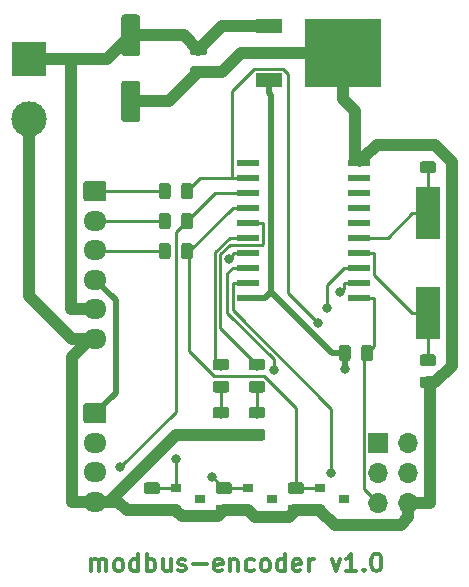
<source format=gbr>
G04 #@! TF.GenerationSoftware,KiCad,Pcbnew,5.0.2+dfsg1-1~bpo9+1*
G04 #@! TF.CreationDate,2019-09-13T19:08:42+10:00*
G04 #@! TF.ProjectId,interface,696e7465-7266-4616-9365-2e6b69636164,rev?*
G04 #@! TF.SameCoordinates,Original*
G04 #@! TF.FileFunction,Copper,L1,Top*
G04 #@! TF.FilePolarity,Positive*
%FSLAX46Y46*%
G04 Gerber Fmt 4.6, Leading zero omitted, Abs format (unit mm)*
G04 Created by KiCad (PCBNEW 5.0.2+dfsg1-1~bpo9+1) date Пт 13 сен 2019 19:08:42*
%MOMM*%
%LPD*%
G01*
G04 APERTURE LIST*
G04 #@! TA.AperFunction,NonConductor*
%ADD10C,0.300000*%
G04 #@! TD*
G04 #@! TA.AperFunction,SMDPad,CuDef*
%ADD11R,2.000000X4.500000*%
G04 #@! TD*
G04 #@! TA.AperFunction,SMDPad,CuDef*
%ADD12R,1.950000X0.600000*%
G04 #@! TD*
G04 #@! TA.AperFunction,Conductor*
%ADD13C,0.100000*%
G04 #@! TD*
G04 #@! TA.AperFunction,SMDPad,CuDef*
%ADD14C,0.975000*%
G04 #@! TD*
G04 #@! TA.AperFunction,SMDPad,CuDef*
%ADD15R,0.900000X0.800000*%
G04 #@! TD*
G04 #@! TA.AperFunction,ComponentPad*
%ADD16C,1.700000*%
G04 #@! TD*
G04 #@! TA.AperFunction,ComponentPad*
%ADD17O,1.950000X1.700000*%
G04 #@! TD*
G04 #@! TA.AperFunction,SMDPad,CuDef*
%ADD18C,1.600000*%
G04 #@! TD*
G04 #@! TA.AperFunction,ComponentPad*
%ADD19R,1.700000X1.700000*%
G04 #@! TD*
G04 #@! TA.AperFunction,ComponentPad*
%ADD20O,1.700000X1.700000*%
G04 #@! TD*
G04 #@! TA.AperFunction,SMDPad,CuDef*
%ADD21R,2.200000X1.200000*%
G04 #@! TD*
G04 #@! TA.AperFunction,SMDPad,CuDef*
%ADD22R,6.400000X5.800000*%
G04 #@! TD*
G04 #@! TA.AperFunction,ComponentPad*
%ADD23R,3.000000X3.000000*%
G04 #@! TD*
G04 #@! TA.AperFunction,ComponentPad*
%ADD24C,3.000000*%
G04 #@! TD*
G04 #@! TA.AperFunction,ViaPad*
%ADD25C,0.800000*%
G04 #@! TD*
G04 #@! TA.AperFunction,Conductor*
%ADD26C,1.000000*%
G04 #@! TD*
G04 #@! TA.AperFunction,Conductor*
%ADD27C,0.250000*%
G04 #@! TD*
G04 #@! TA.AperFunction,Conductor*
%ADD28C,0.599800*%
G04 #@! TD*
G04 #@! TA.AperFunction,Conductor*
%ADD29C,0.500000*%
G04 #@! TD*
G04 APERTURE END LIST*
D10*
X100779999Y-104818571D02*
X100779999Y-103818571D01*
X100779999Y-103961428D02*
X100851428Y-103890000D01*
X100994285Y-103818571D01*
X101208571Y-103818571D01*
X101351428Y-103890000D01*
X101422857Y-104032857D01*
X101422857Y-104818571D01*
X101422857Y-104032857D02*
X101494285Y-103890000D01*
X101637142Y-103818571D01*
X101851428Y-103818571D01*
X101994285Y-103890000D01*
X102065714Y-104032857D01*
X102065714Y-104818571D01*
X102994285Y-104818571D02*
X102851428Y-104747142D01*
X102779999Y-104675714D01*
X102708571Y-104532857D01*
X102708571Y-104104285D01*
X102779999Y-103961428D01*
X102851428Y-103890000D01*
X102994285Y-103818571D01*
X103208571Y-103818571D01*
X103351428Y-103890000D01*
X103422857Y-103961428D01*
X103494285Y-104104285D01*
X103494285Y-104532857D01*
X103422857Y-104675714D01*
X103351428Y-104747142D01*
X103208571Y-104818571D01*
X102994285Y-104818571D01*
X104779999Y-104818571D02*
X104779999Y-103318571D01*
X104779999Y-104747142D02*
X104637142Y-104818571D01*
X104351428Y-104818571D01*
X104208571Y-104747142D01*
X104137142Y-104675714D01*
X104065714Y-104532857D01*
X104065714Y-104104285D01*
X104137142Y-103961428D01*
X104208571Y-103890000D01*
X104351428Y-103818571D01*
X104637142Y-103818571D01*
X104779999Y-103890000D01*
X105494285Y-104818571D02*
X105494285Y-103318571D01*
X105494285Y-103890000D02*
X105637142Y-103818571D01*
X105922857Y-103818571D01*
X106065714Y-103890000D01*
X106137142Y-103961428D01*
X106208571Y-104104285D01*
X106208571Y-104532857D01*
X106137142Y-104675714D01*
X106065714Y-104747142D01*
X105922857Y-104818571D01*
X105637142Y-104818571D01*
X105494285Y-104747142D01*
X107494285Y-103818571D02*
X107494285Y-104818571D01*
X106851428Y-103818571D02*
X106851428Y-104604285D01*
X106922857Y-104747142D01*
X107065714Y-104818571D01*
X107279999Y-104818571D01*
X107422857Y-104747142D01*
X107494285Y-104675714D01*
X108137142Y-104747142D02*
X108279999Y-104818571D01*
X108565714Y-104818571D01*
X108708571Y-104747142D01*
X108780000Y-104604285D01*
X108780000Y-104532857D01*
X108708571Y-104390000D01*
X108565714Y-104318571D01*
X108351428Y-104318571D01*
X108208571Y-104247142D01*
X108137142Y-104104285D01*
X108137142Y-104032857D01*
X108208571Y-103890000D01*
X108351428Y-103818571D01*
X108565714Y-103818571D01*
X108708571Y-103890000D01*
X109422857Y-104247142D02*
X110565714Y-104247142D01*
X111851428Y-104747142D02*
X111708571Y-104818571D01*
X111422857Y-104818571D01*
X111279999Y-104747142D01*
X111208571Y-104604285D01*
X111208571Y-104032857D01*
X111279999Y-103890000D01*
X111422857Y-103818571D01*
X111708571Y-103818571D01*
X111851428Y-103890000D01*
X111922857Y-104032857D01*
X111922857Y-104175714D01*
X111208571Y-104318571D01*
X112565714Y-103818571D02*
X112565714Y-104818571D01*
X112565714Y-103961428D02*
X112637142Y-103890000D01*
X112779999Y-103818571D01*
X112994285Y-103818571D01*
X113137142Y-103890000D01*
X113208571Y-104032857D01*
X113208571Y-104818571D01*
X114565714Y-104747142D02*
X114422857Y-104818571D01*
X114137142Y-104818571D01*
X113994285Y-104747142D01*
X113922857Y-104675714D01*
X113851428Y-104532857D01*
X113851428Y-104104285D01*
X113922857Y-103961428D01*
X113994285Y-103890000D01*
X114137142Y-103818571D01*
X114422857Y-103818571D01*
X114565714Y-103890000D01*
X115422857Y-104818571D02*
X115279999Y-104747142D01*
X115208571Y-104675714D01*
X115137142Y-104532857D01*
X115137142Y-104104285D01*
X115208571Y-103961428D01*
X115279999Y-103890000D01*
X115422857Y-103818571D01*
X115637142Y-103818571D01*
X115779999Y-103890000D01*
X115851428Y-103961428D01*
X115922857Y-104104285D01*
X115922857Y-104532857D01*
X115851428Y-104675714D01*
X115779999Y-104747142D01*
X115637142Y-104818571D01*
X115422857Y-104818571D01*
X117208571Y-104818571D02*
X117208571Y-103318571D01*
X117208571Y-104747142D02*
X117065714Y-104818571D01*
X116779999Y-104818571D01*
X116637142Y-104747142D01*
X116565714Y-104675714D01*
X116494285Y-104532857D01*
X116494285Y-104104285D01*
X116565714Y-103961428D01*
X116637142Y-103890000D01*
X116779999Y-103818571D01*
X117065714Y-103818571D01*
X117208571Y-103890000D01*
X118494285Y-104747142D02*
X118351428Y-104818571D01*
X118065714Y-104818571D01*
X117922857Y-104747142D01*
X117851428Y-104604285D01*
X117851428Y-104032857D01*
X117922857Y-103890000D01*
X118065714Y-103818571D01*
X118351428Y-103818571D01*
X118494285Y-103890000D01*
X118565714Y-104032857D01*
X118565714Y-104175714D01*
X117851428Y-104318571D01*
X119208571Y-104818571D02*
X119208571Y-103818571D01*
X119208571Y-104104285D02*
X119280000Y-103961428D01*
X119351428Y-103890000D01*
X119494285Y-103818571D01*
X119637142Y-103818571D01*
X121137142Y-103818571D02*
X121494285Y-104818571D01*
X121851428Y-103818571D01*
X123208571Y-104818571D02*
X122351428Y-104818571D01*
X122779999Y-104818571D02*
X122779999Y-103318571D01*
X122637142Y-103532857D01*
X122494285Y-103675714D01*
X122351428Y-103747142D01*
X123851428Y-104675714D02*
X123922857Y-104747142D01*
X123851428Y-104818571D01*
X123780000Y-104747142D01*
X123851428Y-104675714D01*
X123851428Y-104818571D01*
X124851428Y-103318571D02*
X124994285Y-103318571D01*
X125137142Y-103390000D01*
X125208571Y-103461428D01*
X125279999Y-103604285D01*
X125351428Y-103890000D01*
X125351428Y-104247142D01*
X125279999Y-104532857D01*
X125208571Y-104675714D01*
X125137142Y-104747142D01*
X124994285Y-104818571D01*
X124851428Y-104818571D01*
X124708571Y-104747142D01*
X124637142Y-104675714D01*
X124565714Y-104532857D01*
X124494285Y-104247142D01*
X124494285Y-103890000D01*
X124565714Y-103604285D01*
X124637142Y-103461428D01*
X124708571Y-103390000D01*
X124851428Y-103318571D01*
D11*
G04 #@! TO.P,Y1,1*
G04 #@! TO.N,Net-(C1-Pad1)*
X129286000Y-82990000D03*
G04 #@! TO.P,Y1,2*
G04 #@! TO.N,Net-(C2-Pad1)*
X129286000Y-74490000D03*
G04 #@! TD*
D12*
G04 #@! TO.P,IC1,1*
G04 #@! TO.N,/RST*
X123445000Y-81661000D03*
G04 #@! TO.P,IC1,2*
G04 #@! TO.N,/RX*
X123445000Y-80391000D03*
G04 #@! TO.P,IC1,3*
G04 #@! TO.N,/TX*
X123445000Y-79121000D03*
G04 #@! TO.P,IC1,4*
G04 #@! TO.N,Net-(C1-Pad1)*
X123445000Y-77851000D03*
G04 #@! TO.P,IC1,5*
G04 #@! TO.N,Net-(C2-Pad1)*
X123445000Y-76581000D03*
G04 #@! TO.P,IC1,6*
G04 #@! TO.N,Net-(IC1-Pad6)*
X123445000Y-75311000D03*
G04 #@! TO.P,IC1,7*
G04 #@! TO.N,Net-(IC1-Pad7)*
X123445000Y-74041000D03*
G04 #@! TO.P,IC1,8*
G04 #@! TO.N,Net-(IC1-Pad8)*
X123445000Y-72771000D03*
G04 #@! TO.P,IC1,9*
G04 #@! TO.N,Net-(IC1-Pad9)*
X123445000Y-71501000D03*
G04 #@! TO.P,IC1,10*
G04 #@! TO.N,GND*
X123445000Y-70231000D03*
G04 #@! TO.P,IC1,11*
G04 #@! TO.N,Net-(IC1-Pad11)*
X114045000Y-70231000D03*
G04 #@! TO.P,IC1,12*
G04 #@! TO.N,/PHASEA*
X114045000Y-71501000D03*
G04 #@! TO.P,IC1,13*
G04 #@! TO.N,/PHASEB*
X114045000Y-72771000D03*
G04 #@! TO.P,IC1,14*
G04 #@! TO.N,/PHASEZ*
X114045000Y-74041000D03*
G04 #@! TO.P,IC1,15*
G04 #@! TO.N,/LED1*
X114045000Y-75311000D03*
G04 #@! TO.P,IC1,16*
G04 #@! TO.N,/LED2*
X114045000Y-76581000D03*
G04 #@! TO.P,IC1,17*
G04 #@! TO.N,/MOSI*
X114045000Y-77851000D03*
G04 #@! TO.P,IC1,18*
G04 #@! TO.N,/MISO*
X114045000Y-79121000D03*
G04 #@! TO.P,IC1,19*
G04 #@! TO.N,/SCK*
X114045000Y-80391000D03*
G04 #@! TO.P,IC1,20*
G04 #@! TO.N,+5V*
X114045000Y-81661000D03*
G04 #@! TD*
D13*
G04 #@! TO.N,/PHASEZ*
G04 #@! TO.C,R4*
G36*
X118590142Y-97303674D02*
X118613803Y-97307184D01*
X118637007Y-97312996D01*
X118659529Y-97321054D01*
X118681153Y-97331282D01*
X118701670Y-97343579D01*
X118720883Y-97357829D01*
X118738607Y-97373893D01*
X118754671Y-97391617D01*
X118768921Y-97410830D01*
X118781218Y-97431347D01*
X118791446Y-97452971D01*
X118799504Y-97475493D01*
X118805316Y-97498697D01*
X118808826Y-97522358D01*
X118810000Y-97546250D01*
X118810000Y-98033750D01*
X118808826Y-98057642D01*
X118805316Y-98081303D01*
X118799504Y-98104507D01*
X118791446Y-98127029D01*
X118781218Y-98148653D01*
X118768921Y-98169170D01*
X118754671Y-98188383D01*
X118738607Y-98206107D01*
X118720883Y-98222171D01*
X118701670Y-98236421D01*
X118681153Y-98248718D01*
X118659529Y-98258946D01*
X118637007Y-98267004D01*
X118613803Y-98272816D01*
X118590142Y-98276326D01*
X118566250Y-98277500D01*
X117653750Y-98277500D01*
X117629858Y-98276326D01*
X117606197Y-98272816D01*
X117582993Y-98267004D01*
X117560471Y-98258946D01*
X117538847Y-98248718D01*
X117518330Y-98236421D01*
X117499117Y-98222171D01*
X117481393Y-98206107D01*
X117465329Y-98188383D01*
X117451079Y-98169170D01*
X117438782Y-98148653D01*
X117428554Y-98127029D01*
X117420496Y-98104507D01*
X117414684Y-98081303D01*
X117411174Y-98057642D01*
X117410000Y-98033750D01*
X117410000Y-97546250D01*
X117411174Y-97522358D01*
X117414684Y-97498697D01*
X117420496Y-97475493D01*
X117428554Y-97452971D01*
X117438782Y-97431347D01*
X117451079Y-97410830D01*
X117465329Y-97391617D01*
X117481393Y-97373893D01*
X117499117Y-97357829D01*
X117518330Y-97343579D01*
X117538847Y-97331282D01*
X117560471Y-97321054D01*
X117582993Y-97312996D01*
X117606197Y-97307184D01*
X117629858Y-97303674D01*
X117653750Y-97302500D01*
X118566250Y-97302500D01*
X118590142Y-97303674D01*
X118590142Y-97303674D01*
G37*
D14*
G04 #@! TD*
G04 #@! TO.P,R4,1*
G04 #@! TO.N,/PHASEZ*
X118110000Y-97790000D03*
D13*
G04 #@! TO.N,GND*
G04 #@! TO.C,R4*
G36*
X118590142Y-99178674D02*
X118613803Y-99182184D01*
X118637007Y-99187996D01*
X118659529Y-99196054D01*
X118681153Y-99206282D01*
X118701670Y-99218579D01*
X118720883Y-99232829D01*
X118738607Y-99248893D01*
X118754671Y-99266617D01*
X118768921Y-99285830D01*
X118781218Y-99306347D01*
X118791446Y-99327971D01*
X118799504Y-99350493D01*
X118805316Y-99373697D01*
X118808826Y-99397358D01*
X118810000Y-99421250D01*
X118810000Y-99908750D01*
X118808826Y-99932642D01*
X118805316Y-99956303D01*
X118799504Y-99979507D01*
X118791446Y-100002029D01*
X118781218Y-100023653D01*
X118768921Y-100044170D01*
X118754671Y-100063383D01*
X118738607Y-100081107D01*
X118720883Y-100097171D01*
X118701670Y-100111421D01*
X118681153Y-100123718D01*
X118659529Y-100133946D01*
X118637007Y-100142004D01*
X118613803Y-100147816D01*
X118590142Y-100151326D01*
X118566250Y-100152500D01*
X117653750Y-100152500D01*
X117629858Y-100151326D01*
X117606197Y-100147816D01*
X117582993Y-100142004D01*
X117560471Y-100133946D01*
X117538847Y-100123718D01*
X117518330Y-100111421D01*
X117499117Y-100097171D01*
X117481393Y-100081107D01*
X117465329Y-100063383D01*
X117451079Y-100044170D01*
X117438782Y-100023653D01*
X117428554Y-100002029D01*
X117420496Y-99979507D01*
X117414684Y-99956303D01*
X117411174Y-99932642D01*
X117410000Y-99908750D01*
X117410000Y-99421250D01*
X117411174Y-99397358D01*
X117414684Y-99373697D01*
X117420496Y-99350493D01*
X117428554Y-99327971D01*
X117438782Y-99306347D01*
X117451079Y-99285830D01*
X117465329Y-99266617D01*
X117481393Y-99248893D01*
X117499117Y-99232829D01*
X117518330Y-99218579D01*
X117538847Y-99206282D01*
X117560471Y-99196054D01*
X117582993Y-99187996D01*
X117606197Y-99182184D01*
X117629858Y-99178674D01*
X117653750Y-99177500D01*
X118566250Y-99177500D01*
X118590142Y-99178674D01*
X118590142Y-99178674D01*
G37*
D14*
G04 #@! TD*
G04 #@! TO.P,R4,2*
G04 #@! TO.N,GND*
X118110000Y-99665000D03*
D13*
G04 #@! TO.N,/LED2*
G04 #@! TO.C,D1*
G36*
X112240142Y-86841174D02*
X112263803Y-86844684D01*
X112287007Y-86850496D01*
X112309529Y-86858554D01*
X112331153Y-86868782D01*
X112351670Y-86881079D01*
X112370883Y-86895329D01*
X112388607Y-86911393D01*
X112404671Y-86929117D01*
X112418921Y-86948330D01*
X112431218Y-86968847D01*
X112441446Y-86990471D01*
X112449504Y-87012993D01*
X112455316Y-87036197D01*
X112458826Y-87059858D01*
X112460000Y-87083750D01*
X112460000Y-87571250D01*
X112458826Y-87595142D01*
X112455316Y-87618803D01*
X112449504Y-87642007D01*
X112441446Y-87664529D01*
X112431218Y-87686153D01*
X112418921Y-87706670D01*
X112404671Y-87725883D01*
X112388607Y-87743607D01*
X112370883Y-87759671D01*
X112351670Y-87773921D01*
X112331153Y-87786218D01*
X112309529Y-87796446D01*
X112287007Y-87804504D01*
X112263803Y-87810316D01*
X112240142Y-87813826D01*
X112216250Y-87815000D01*
X111303750Y-87815000D01*
X111279858Y-87813826D01*
X111256197Y-87810316D01*
X111232993Y-87804504D01*
X111210471Y-87796446D01*
X111188847Y-87786218D01*
X111168330Y-87773921D01*
X111149117Y-87759671D01*
X111131393Y-87743607D01*
X111115329Y-87725883D01*
X111101079Y-87706670D01*
X111088782Y-87686153D01*
X111078554Y-87664529D01*
X111070496Y-87642007D01*
X111064684Y-87618803D01*
X111061174Y-87595142D01*
X111060000Y-87571250D01*
X111060000Y-87083750D01*
X111061174Y-87059858D01*
X111064684Y-87036197D01*
X111070496Y-87012993D01*
X111078554Y-86990471D01*
X111088782Y-86968847D01*
X111101079Y-86948330D01*
X111115329Y-86929117D01*
X111131393Y-86911393D01*
X111149117Y-86895329D01*
X111168330Y-86881079D01*
X111188847Y-86868782D01*
X111210471Y-86858554D01*
X111232993Y-86850496D01*
X111256197Y-86844684D01*
X111279858Y-86841174D01*
X111303750Y-86840000D01*
X112216250Y-86840000D01*
X112240142Y-86841174D01*
X112240142Y-86841174D01*
G37*
D14*
G04 #@! TD*
G04 #@! TO.P,D1,2*
G04 #@! TO.N,/LED2*
X111760000Y-87327500D03*
D13*
G04 #@! TO.N,Net-(D1-Pad1)*
G04 #@! TO.C,D1*
G36*
X112240142Y-88716174D02*
X112263803Y-88719684D01*
X112287007Y-88725496D01*
X112309529Y-88733554D01*
X112331153Y-88743782D01*
X112351670Y-88756079D01*
X112370883Y-88770329D01*
X112388607Y-88786393D01*
X112404671Y-88804117D01*
X112418921Y-88823330D01*
X112431218Y-88843847D01*
X112441446Y-88865471D01*
X112449504Y-88887993D01*
X112455316Y-88911197D01*
X112458826Y-88934858D01*
X112460000Y-88958750D01*
X112460000Y-89446250D01*
X112458826Y-89470142D01*
X112455316Y-89493803D01*
X112449504Y-89517007D01*
X112441446Y-89539529D01*
X112431218Y-89561153D01*
X112418921Y-89581670D01*
X112404671Y-89600883D01*
X112388607Y-89618607D01*
X112370883Y-89634671D01*
X112351670Y-89648921D01*
X112331153Y-89661218D01*
X112309529Y-89671446D01*
X112287007Y-89679504D01*
X112263803Y-89685316D01*
X112240142Y-89688826D01*
X112216250Y-89690000D01*
X111303750Y-89690000D01*
X111279858Y-89688826D01*
X111256197Y-89685316D01*
X111232993Y-89679504D01*
X111210471Y-89671446D01*
X111188847Y-89661218D01*
X111168330Y-89648921D01*
X111149117Y-89634671D01*
X111131393Y-89618607D01*
X111115329Y-89600883D01*
X111101079Y-89581670D01*
X111088782Y-89561153D01*
X111078554Y-89539529D01*
X111070496Y-89517007D01*
X111064684Y-89493803D01*
X111061174Y-89470142D01*
X111060000Y-89446250D01*
X111060000Y-88958750D01*
X111061174Y-88934858D01*
X111064684Y-88911197D01*
X111070496Y-88887993D01*
X111078554Y-88865471D01*
X111088782Y-88843847D01*
X111101079Y-88823330D01*
X111115329Y-88804117D01*
X111131393Y-88786393D01*
X111149117Y-88770329D01*
X111168330Y-88756079D01*
X111188847Y-88743782D01*
X111210471Y-88733554D01*
X111232993Y-88725496D01*
X111256197Y-88719684D01*
X111279858Y-88716174D01*
X111303750Y-88715000D01*
X112216250Y-88715000D01*
X112240142Y-88716174D01*
X112240142Y-88716174D01*
G37*
D14*
G04 #@! TD*
G04 #@! TO.P,D1,1*
G04 #@! TO.N,Net-(D1-Pad1)*
X111760000Y-89202500D03*
D13*
G04 #@! TO.N,Net-(D2-Pad1)*
G04 #@! TO.C,D2*
G36*
X115288142Y-88716174D02*
X115311803Y-88719684D01*
X115335007Y-88725496D01*
X115357529Y-88733554D01*
X115379153Y-88743782D01*
X115399670Y-88756079D01*
X115418883Y-88770329D01*
X115436607Y-88786393D01*
X115452671Y-88804117D01*
X115466921Y-88823330D01*
X115479218Y-88843847D01*
X115489446Y-88865471D01*
X115497504Y-88887993D01*
X115503316Y-88911197D01*
X115506826Y-88934858D01*
X115508000Y-88958750D01*
X115508000Y-89446250D01*
X115506826Y-89470142D01*
X115503316Y-89493803D01*
X115497504Y-89517007D01*
X115489446Y-89539529D01*
X115479218Y-89561153D01*
X115466921Y-89581670D01*
X115452671Y-89600883D01*
X115436607Y-89618607D01*
X115418883Y-89634671D01*
X115399670Y-89648921D01*
X115379153Y-89661218D01*
X115357529Y-89671446D01*
X115335007Y-89679504D01*
X115311803Y-89685316D01*
X115288142Y-89688826D01*
X115264250Y-89690000D01*
X114351750Y-89690000D01*
X114327858Y-89688826D01*
X114304197Y-89685316D01*
X114280993Y-89679504D01*
X114258471Y-89671446D01*
X114236847Y-89661218D01*
X114216330Y-89648921D01*
X114197117Y-89634671D01*
X114179393Y-89618607D01*
X114163329Y-89600883D01*
X114149079Y-89581670D01*
X114136782Y-89561153D01*
X114126554Y-89539529D01*
X114118496Y-89517007D01*
X114112684Y-89493803D01*
X114109174Y-89470142D01*
X114108000Y-89446250D01*
X114108000Y-88958750D01*
X114109174Y-88934858D01*
X114112684Y-88911197D01*
X114118496Y-88887993D01*
X114126554Y-88865471D01*
X114136782Y-88843847D01*
X114149079Y-88823330D01*
X114163329Y-88804117D01*
X114179393Y-88786393D01*
X114197117Y-88770329D01*
X114216330Y-88756079D01*
X114236847Y-88743782D01*
X114258471Y-88733554D01*
X114280993Y-88725496D01*
X114304197Y-88719684D01*
X114327858Y-88716174D01*
X114351750Y-88715000D01*
X115264250Y-88715000D01*
X115288142Y-88716174D01*
X115288142Y-88716174D01*
G37*
D14*
G04 #@! TD*
G04 #@! TO.P,D2,1*
G04 #@! TO.N,Net-(D2-Pad1)*
X114808000Y-89202500D03*
D13*
G04 #@! TO.N,/LED1*
G04 #@! TO.C,D2*
G36*
X115288142Y-86841174D02*
X115311803Y-86844684D01*
X115335007Y-86850496D01*
X115357529Y-86858554D01*
X115379153Y-86868782D01*
X115399670Y-86881079D01*
X115418883Y-86895329D01*
X115436607Y-86911393D01*
X115452671Y-86929117D01*
X115466921Y-86948330D01*
X115479218Y-86968847D01*
X115489446Y-86990471D01*
X115497504Y-87012993D01*
X115503316Y-87036197D01*
X115506826Y-87059858D01*
X115508000Y-87083750D01*
X115508000Y-87571250D01*
X115506826Y-87595142D01*
X115503316Y-87618803D01*
X115497504Y-87642007D01*
X115489446Y-87664529D01*
X115479218Y-87686153D01*
X115466921Y-87706670D01*
X115452671Y-87725883D01*
X115436607Y-87743607D01*
X115418883Y-87759671D01*
X115399670Y-87773921D01*
X115379153Y-87786218D01*
X115357529Y-87796446D01*
X115335007Y-87804504D01*
X115311803Y-87810316D01*
X115288142Y-87813826D01*
X115264250Y-87815000D01*
X114351750Y-87815000D01*
X114327858Y-87813826D01*
X114304197Y-87810316D01*
X114280993Y-87804504D01*
X114258471Y-87796446D01*
X114236847Y-87786218D01*
X114216330Y-87773921D01*
X114197117Y-87759671D01*
X114179393Y-87743607D01*
X114163329Y-87725883D01*
X114149079Y-87706670D01*
X114136782Y-87686153D01*
X114126554Y-87664529D01*
X114118496Y-87642007D01*
X114112684Y-87618803D01*
X114109174Y-87595142D01*
X114108000Y-87571250D01*
X114108000Y-87083750D01*
X114109174Y-87059858D01*
X114112684Y-87036197D01*
X114118496Y-87012993D01*
X114126554Y-86990471D01*
X114136782Y-86968847D01*
X114149079Y-86948330D01*
X114163329Y-86929117D01*
X114179393Y-86911393D01*
X114197117Y-86895329D01*
X114216330Y-86881079D01*
X114236847Y-86868782D01*
X114258471Y-86858554D01*
X114280993Y-86850496D01*
X114304197Y-86844684D01*
X114327858Y-86841174D01*
X114351750Y-86840000D01*
X115264250Y-86840000D01*
X115288142Y-86841174D01*
X115288142Y-86841174D01*
G37*
D14*
G04 #@! TD*
G04 #@! TO.P,D2,2*
G04 #@! TO.N,/LED1*
X114808000Y-87327500D03*
D15*
G04 #@! TO.P,D3,1*
G04 #@! TO.N,/PHASEZ*
X120158000Y-97777500D03*
G04 #@! TO.P,D3,2*
G04 #@! TO.N,GND*
X120158000Y-99677500D03*
G04 #@! TO.P,D3,3*
G04 #@! TO.N,N/C*
X122158000Y-98727500D03*
G04 #@! TD*
G04 #@! TO.P,D5,3*
G04 #@! TO.N,N/C*
X109966000Y-98727500D03*
G04 #@! TO.P,D5,2*
G04 #@! TO.N,GND*
X107966000Y-99677500D03*
G04 #@! TO.P,D5,1*
G04 #@! TO.N,/PHASEA*
X107966000Y-97777500D03*
G04 #@! TD*
G04 #@! TO.P,D4,1*
G04 #@! TO.N,/PHASEB*
X114062000Y-97777500D03*
G04 #@! TO.P,D4,2*
G04 #@! TO.N,GND*
X114062000Y-99677500D03*
G04 #@! TO.P,D4,3*
G04 #@! TO.N,N/C*
X116062000Y-98727500D03*
G04 #@! TD*
D13*
G04 #@! TO.N,+5V*
G04 #@! TO.C,P3*
G36*
X101841504Y-90591204D02*
X101865773Y-90594804D01*
X101889571Y-90600765D01*
X101912671Y-90609030D01*
X101934849Y-90619520D01*
X101955893Y-90632133D01*
X101975598Y-90646747D01*
X101993777Y-90663223D01*
X102010253Y-90681402D01*
X102024867Y-90701107D01*
X102037480Y-90722151D01*
X102047970Y-90744329D01*
X102056235Y-90767429D01*
X102062196Y-90791227D01*
X102065796Y-90815496D01*
X102067000Y-90840000D01*
X102067000Y-92040000D01*
X102065796Y-92064504D01*
X102062196Y-92088773D01*
X102056235Y-92112571D01*
X102047970Y-92135671D01*
X102037480Y-92157849D01*
X102024867Y-92178893D01*
X102010253Y-92198598D01*
X101993777Y-92216777D01*
X101975598Y-92233253D01*
X101955893Y-92247867D01*
X101934849Y-92260480D01*
X101912671Y-92270970D01*
X101889571Y-92279235D01*
X101865773Y-92285196D01*
X101841504Y-92288796D01*
X101817000Y-92290000D01*
X100367000Y-92290000D01*
X100342496Y-92288796D01*
X100318227Y-92285196D01*
X100294429Y-92279235D01*
X100271329Y-92270970D01*
X100249151Y-92260480D01*
X100228107Y-92247867D01*
X100208402Y-92233253D01*
X100190223Y-92216777D01*
X100173747Y-92198598D01*
X100159133Y-92178893D01*
X100146520Y-92157849D01*
X100136030Y-92135671D01*
X100127765Y-92112571D01*
X100121804Y-92088773D01*
X100118204Y-92064504D01*
X100117000Y-92040000D01*
X100117000Y-90840000D01*
X100118204Y-90815496D01*
X100121804Y-90791227D01*
X100127765Y-90767429D01*
X100136030Y-90744329D01*
X100146520Y-90722151D01*
X100159133Y-90701107D01*
X100173747Y-90681402D01*
X100190223Y-90663223D01*
X100208402Y-90646747D01*
X100228107Y-90632133D01*
X100249151Y-90619520D01*
X100271329Y-90609030D01*
X100294429Y-90600765D01*
X100318227Y-90594804D01*
X100342496Y-90591204D01*
X100367000Y-90590000D01*
X101817000Y-90590000D01*
X101841504Y-90591204D01*
X101841504Y-90591204D01*
G37*
D16*
G04 #@! TD*
G04 #@! TO.P,P3,1*
G04 #@! TO.N,+5V*
X101092000Y-91440000D03*
D17*
G04 #@! TO.P,P3,2*
G04 #@! TO.N,/RX*
X101092000Y-93940000D03*
G04 #@! TO.P,P3,3*
G04 #@! TO.N,/TX*
X101092000Y-96440000D03*
G04 #@! TO.P,P3,4*
G04 #@! TO.N,GND*
X101092000Y-98940000D03*
G04 #@! TD*
D13*
G04 #@! TO.N,+24V*
G04 #@! TO.C,C4*
G36*
X104714504Y-57681204D02*
X104738773Y-57684804D01*
X104762571Y-57690765D01*
X104785671Y-57699030D01*
X104807849Y-57709520D01*
X104828893Y-57722133D01*
X104848598Y-57736747D01*
X104866777Y-57753223D01*
X104883253Y-57771402D01*
X104897867Y-57791107D01*
X104910480Y-57812151D01*
X104920970Y-57834329D01*
X104929235Y-57857429D01*
X104935196Y-57881227D01*
X104938796Y-57905496D01*
X104940000Y-57930000D01*
X104940000Y-60930000D01*
X104938796Y-60954504D01*
X104935196Y-60978773D01*
X104929235Y-61002571D01*
X104920970Y-61025671D01*
X104910480Y-61047849D01*
X104897867Y-61068893D01*
X104883253Y-61088598D01*
X104866777Y-61106777D01*
X104848598Y-61123253D01*
X104828893Y-61137867D01*
X104807849Y-61150480D01*
X104785671Y-61160970D01*
X104762571Y-61169235D01*
X104738773Y-61175196D01*
X104714504Y-61178796D01*
X104690000Y-61180000D01*
X103590000Y-61180000D01*
X103565496Y-61178796D01*
X103541227Y-61175196D01*
X103517429Y-61169235D01*
X103494329Y-61160970D01*
X103472151Y-61150480D01*
X103451107Y-61137867D01*
X103431402Y-61123253D01*
X103413223Y-61106777D01*
X103396747Y-61088598D01*
X103382133Y-61068893D01*
X103369520Y-61047849D01*
X103359030Y-61025671D01*
X103350765Y-61002571D01*
X103344804Y-60978773D01*
X103341204Y-60954504D01*
X103340000Y-60930000D01*
X103340000Y-57930000D01*
X103341204Y-57905496D01*
X103344804Y-57881227D01*
X103350765Y-57857429D01*
X103359030Y-57834329D01*
X103369520Y-57812151D01*
X103382133Y-57791107D01*
X103396747Y-57771402D01*
X103413223Y-57753223D01*
X103431402Y-57736747D01*
X103451107Y-57722133D01*
X103472151Y-57709520D01*
X103494329Y-57699030D01*
X103517429Y-57690765D01*
X103541227Y-57684804D01*
X103565496Y-57681204D01*
X103590000Y-57680000D01*
X104690000Y-57680000D01*
X104714504Y-57681204D01*
X104714504Y-57681204D01*
G37*
D18*
G04 #@! TD*
G04 #@! TO.P,C4,1*
G04 #@! TO.N,+24V*
X104140000Y-59430000D03*
D13*
G04 #@! TO.N,GND*
G04 #@! TO.C,C4*
G36*
X104714504Y-63281204D02*
X104738773Y-63284804D01*
X104762571Y-63290765D01*
X104785671Y-63299030D01*
X104807849Y-63309520D01*
X104828893Y-63322133D01*
X104848598Y-63336747D01*
X104866777Y-63353223D01*
X104883253Y-63371402D01*
X104897867Y-63391107D01*
X104910480Y-63412151D01*
X104920970Y-63434329D01*
X104929235Y-63457429D01*
X104935196Y-63481227D01*
X104938796Y-63505496D01*
X104940000Y-63530000D01*
X104940000Y-66530000D01*
X104938796Y-66554504D01*
X104935196Y-66578773D01*
X104929235Y-66602571D01*
X104920970Y-66625671D01*
X104910480Y-66647849D01*
X104897867Y-66668893D01*
X104883253Y-66688598D01*
X104866777Y-66706777D01*
X104848598Y-66723253D01*
X104828893Y-66737867D01*
X104807849Y-66750480D01*
X104785671Y-66760970D01*
X104762571Y-66769235D01*
X104738773Y-66775196D01*
X104714504Y-66778796D01*
X104690000Y-66780000D01*
X103590000Y-66780000D01*
X103565496Y-66778796D01*
X103541227Y-66775196D01*
X103517429Y-66769235D01*
X103494329Y-66760970D01*
X103472151Y-66750480D01*
X103451107Y-66737867D01*
X103431402Y-66723253D01*
X103413223Y-66706777D01*
X103396747Y-66688598D01*
X103382133Y-66668893D01*
X103369520Y-66647849D01*
X103359030Y-66625671D01*
X103350765Y-66602571D01*
X103344804Y-66578773D01*
X103341204Y-66554504D01*
X103340000Y-66530000D01*
X103340000Y-63530000D01*
X103341204Y-63505496D01*
X103344804Y-63481227D01*
X103350765Y-63457429D01*
X103359030Y-63434329D01*
X103369520Y-63412151D01*
X103382133Y-63391107D01*
X103396747Y-63371402D01*
X103413223Y-63353223D01*
X103431402Y-63336747D01*
X103451107Y-63322133D01*
X103472151Y-63309520D01*
X103494329Y-63299030D01*
X103517429Y-63290765D01*
X103541227Y-63284804D01*
X103565496Y-63281204D01*
X103590000Y-63280000D01*
X104690000Y-63280000D01*
X104714504Y-63281204D01*
X104714504Y-63281204D01*
G37*
D18*
G04 #@! TD*
G04 #@! TO.P,C4,2*
G04 #@! TO.N,GND*
X104140000Y-65030000D03*
D13*
G04 #@! TO.N,Net-(C2-Pad1)*
G04 #@! TO.C,C2*
G36*
X129766142Y-70125674D02*
X129789803Y-70129184D01*
X129813007Y-70134996D01*
X129835529Y-70143054D01*
X129857153Y-70153282D01*
X129877670Y-70165579D01*
X129896883Y-70179829D01*
X129914607Y-70195893D01*
X129930671Y-70213617D01*
X129944921Y-70232830D01*
X129957218Y-70253347D01*
X129967446Y-70274971D01*
X129975504Y-70297493D01*
X129981316Y-70320697D01*
X129984826Y-70344358D01*
X129986000Y-70368250D01*
X129986000Y-70855750D01*
X129984826Y-70879642D01*
X129981316Y-70903303D01*
X129975504Y-70926507D01*
X129967446Y-70949029D01*
X129957218Y-70970653D01*
X129944921Y-70991170D01*
X129930671Y-71010383D01*
X129914607Y-71028107D01*
X129896883Y-71044171D01*
X129877670Y-71058421D01*
X129857153Y-71070718D01*
X129835529Y-71080946D01*
X129813007Y-71089004D01*
X129789803Y-71094816D01*
X129766142Y-71098326D01*
X129742250Y-71099500D01*
X128829750Y-71099500D01*
X128805858Y-71098326D01*
X128782197Y-71094816D01*
X128758993Y-71089004D01*
X128736471Y-71080946D01*
X128714847Y-71070718D01*
X128694330Y-71058421D01*
X128675117Y-71044171D01*
X128657393Y-71028107D01*
X128641329Y-71010383D01*
X128627079Y-70991170D01*
X128614782Y-70970653D01*
X128604554Y-70949029D01*
X128596496Y-70926507D01*
X128590684Y-70903303D01*
X128587174Y-70879642D01*
X128586000Y-70855750D01*
X128586000Y-70368250D01*
X128587174Y-70344358D01*
X128590684Y-70320697D01*
X128596496Y-70297493D01*
X128604554Y-70274971D01*
X128614782Y-70253347D01*
X128627079Y-70232830D01*
X128641329Y-70213617D01*
X128657393Y-70195893D01*
X128675117Y-70179829D01*
X128694330Y-70165579D01*
X128714847Y-70153282D01*
X128736471Y-70143054D01*
X128758993Y-70134996D01*
X128782197Y-70129184D01*
X128805858Y-70125674D01*
X128829750Y-70124500D01*
X129742250Y-70124500D01*
X129766142Y-70125674D01*
X129766142Y-70125674D01*
G37*
D14*
G04 #@! TD*
G04 #@! TO.P,C2,1*
G04 #@! TO.N,Net-(C2-Pad1)*
X129286000Y-70612000D03*
D13*
G04 #@! TO.N,GND*
G04 #@! TO.C,C2*
G36*
X129766142Y-68250674D02*
X129789803Y-68254184D01*
X129813007Y-68259996D01*
X129835529Y-68268054D01*
X129857153Y-68278282D01*
X129877670Y-68290579D01*
X129896883Y-68304829D01*
X129914607Y-68320893D01*
X129930671Y-68338617D01*
X129944921Y-68357830D01*
X129957218Y-68378347D01*
X129967446Y-68399971D01*
X129975504Y-68422493D01*
X129981316Y-68445697D01*
X129984826Y-68469358D01*
X129986000Y-68493250D01*
X129986000Y-68980750D01*
X129984826Y-69004642D01*
X129981316Y-69028303D01*
X129975504Y-69051507D01*
X129967446Y-69074029D01*
X129957218Y-69095653D01*
X129944921Y-69116170D01*
X129930671Y-69135383D01*
X129914607Y-69153107D01*
X129896883Y-69169171D01*
X129877670Y-69183421D01*
X129857153Y-69195718D01*
X129835529Y-69205946D01*
X129813007Y-69214004D01*
X129789803Y-69219816D01*
X129766142Y-69223326D01*
X129742250Y-69224500D01*
X128829750Y-69224500D01*
X128805858Y-69223326D01*
X128782197Y-69219816D01*
X128758993Y-69214004D01*
X128736471Y-69205946D01*
X128714847Y-69195718D01*
X128694330Y-69183421D01*
X128675117Y-69169171D01*
X128657393Y-69153107D01*
X128641329Y-69135383D01*
X128627079Y-69116170D01*
X128614782Y-69095653D01*
X128604554Y-69074029D01*
X128596496Y-69051507D01*
X128590684Y-69028303D01*
X128587174Y-69004642D01*
X128586000Y-68980750D01*
X128586000Y-68493250D01*
X128587174Y-68469358D01*
X128590684Y-68445697D01*
X128596496Y-68422493D01*
X128604554Y-68399971D01*
X128614782Y-68378347D01*
X128627079Y-68357830D01*
X128641329Y-68338617D01*
X128657393Y-68320893D01*
X128675117Y-68304829D01*
X128694330Y-68290579D01*
X128714847Y-68278282D01*
X128736471Y-68268054D01*
X128758993Y-68259996D01*
X128782197Y-68254184D01*
X128805858Y-68250674D01*
X128829750Y-68249500D01*
X129742250Y-68249500D01*
X129766142Y-68250674D01*
X129766142Y-68250674D01*
G37*
D14*
G04 #@! TD*
G04 #@! TO.P,C2,2*
G04 #@! TO.N,GND*
X129286000Y-68737000D03*
D13*
G04 #@! TO.N,GND*
G04 #@! TO.C,C3*
G36*
X110335142Y-62046174D02*
X110358803Y-62049684D01*
X110382007Y-62055496D01*
X110404529Y-62063554D01*
X110426153Y-62073782D01*
X110446670Y-62086079D01*
X110465883Y-62100329D01*
X110483607Y-62116393D01*
X110499671Y-62134117D01*
X110513921Y-62153330D01*
X110526218Y-62173847D01*
X110536446Y-62195471D01*
X110544504Y-62217993D01*
X110550316Y-62241197D01*
X110553826Y-62264858D01*
X110555000Y-62288750D01*
X110555000Y-62776250D01*
X110553826Y-62800142D01*
X110550316Y-62823803D01*
X110544504Y-62847007D01*
X110536446Y-62869529D01*
X110526218Y-62891153D01*
X110513921Y-62911670D01*
X110499671Y-62930883D01*
X110483607Y-62948607D01*
X110465883Y-62964671D01*
X110446670Y-62978921D01*
X110426153Y-62991218D01*
X110404529Y-63001446D01*
X110382007Y-63009504D01*
X110358803Y-63015316D01*
X110335142Y-63018826D01*
X110311250Y-63020000D01*
X109398750Y-63020000D01*
X109374858Y-63018826D01*
X109351197Y-63015316D01*
X109327993Y-63009504D01*
X109305471Y-63001446D01*
X109283847Y-62991218D01*
X109263330Y-62978921D01*
X109244117Y-62964671D01*
X109226393Y-62948607D01*
X109210329Y-62930883D01*
X109196079Y-62911670D01*
X109183782Y-62891153D01*
X109173554Y-62869529D01*
X109165496Y-62847007D01*
X109159684Y-62823803D01*
X109156174Y-62800142D01*
X109155000Y-62776250D01*
X109155000Y-62288750D01*
X109156174Y-62264858D01*
X109159684Y-62241197D01*
X109165496Y-62217993D01*
X109173554Y-62195471D01*
X109183782Y-62173847D01*
X109196079Y-62153330D01*
X109210329Y-62134117D01*
X109226393Y-62116393D01*
X109244117Y-62100329D01*
X109263330Y-62086079D01*
X109283847Y-62073782D01*
X109305471Y-62063554D01*
X109327993Y-62055496D01*
X109351197Y-62049684D01*
X109374858Y-62046174D01*
X109398750Y-62045000D01*
X110311250Y-62045000D01*
X110335142Y-62046174D01*
X110335142Y-62046174D01*
G37*
D14*
G04 #@! TD*
G04 #@! TO.P,C3,2*
G04 #@! TO.N,GND*
X109855000Y-62532500D03*
D13*
G04 #@! TO.N,+24V*
G04 #@! TO.C,C3*
G36*
X110335142Y-60171174D02*
X110358803Y-60174684D01*
X110382007Y-60180496D01*
X110404529Y-60188554D01*
X110426153Y-60198782D01*
X110446670Y-60211079D01*
X110465883Y-60225329D01*
X110483607Y-60241393D01*
X110499671Y-60259117D01*
X110513921Y-60278330D01*
X110526218Y-60298847D01*
X110536446Y-60320471D01*
X110544504Y-60342993D01*
X110550316Y-60366197D01*
X110553826Y-60389858D01*
X110555000Y-60413750D01*
X110555000Y-60901250D01*
X110553826Y-60925142D01*
X110550316Y-60948803D01*
X110544504Y-60972007D01*
X110536446Y-60994529D01*
X110526218Y-61016153D01*
X110513921Y-61036670D01*
X110499671Y-61055883D01*
X110483607Y-61073607D01*
X110465883Y-61089671D01*
X110446670Y-61103921D01*
X110426153Y-61116218D01*
X110404529Y-61126446D01*
X110382007Y-61134504D01*
X110358803Y-61140316D01*
X110335142Y-61143826D01*
X110311250Y-61145000D01*
X109398750Y-61145000D01*
X109374858Y-61143826D01*
X109351197Y-61140316D01*
X109327993Y-61134504D01*
X109305471Y-61126446D01*
X109283847Y-61116218D01*
X109263330Y-61103921D01*
X109244117Y-61089671D01*
X109226393Y-61073607D01*
X109210329Y-61055883D01*
X109196079Y-61036670D01*
X109183782Y-61016153D01*
X109173554Y-60994529D01*
X109165496Y-60972007D01*
X109159684Y-60948803D01*
X109156174Y-60925142D01*
X109155000Y-60901250D01*
X109155000Y-60413750D01*
X109156174Y-60389858D01*
X109159684Y-60366197D01*
X109165496Y-60342993D01*
X109173554Y-60320471D01*
X109183782Y-60298847D01*
X109196079Y-60278330D01*
X109210329Y-60259117D01*
X109226393Y-60241393D01*
X109244117Y-60225329D01*
X109263330Y-60211079D01*
X109283847Y-60198782D01*
X109305471Y-60188554D01*
X109327993Y-60180496D01*
X109351197Y-60174684D01*
X109374858Y-60171174D01*
X109398750Y-60170000D01*
X110311250Y-60170000D01*
X110335142Y-60171174D01*
X110335142Y-60171174D01*
G37*
D14*
G04 #@! TD*
G04 #@! TO.P,C3,1*
G04 #@! TO.N,+24V*
X109855000Y-60657500D03*
D13*
G04 #@! TO.N,Net-(C1-Pad1)*
G04 #@! TO.C,C1*
G36*
X129766142Y-86460174D02*
X129789803Y-86463684D01*
X129813007Y-86469496D01*
X129835529Y-86477554D01*
X129857153Y-86487782D01*
X129877670Y-86500079D01*
X129896883Y-86514329D01*
X129914607Y-86530393D01*
X129930671Y-86548117D01*
X129944921Y-86567330D01*
X129957218Y-86587847D01*
X129967446Y-86609471D01*
X129975504Y-86631993D01*
X129981316Y-86655197D01*
X129984826Y-86678858D01*
X129986000Y-86702750D01*
X129986000Y-87190250D01*
X129984826Y-87214142D01*
X129981316Y-87237803D01*
X129975504Y-87261007D01*
X129967446Y-87283529D01*
X129957218Y-87305153D01*
X129944921Y-87325670D01*
X129930671Y-87344883D01*
X129914607Y-87362607D01*
X129896883Y-87378671D01*
X129877670Y-87392921D01*
X129857153Y-87405218D01*
X129835529Y-87415446D01*
X129813007Y-87423504D01*
X129789803Y-87429316D01*
X129766142Y-87432826D01*
X129742250Y-87434000D01*
X128829750Y-87434000D01*
X128805858Y-87432826D01*
X128782197Y-87429316D01*
X128758993Y-87423504D01*
X128736471Y-87415446D01*
X128714847Y-87405218D01*
X128694330Y-87392921D01*
X128675117Y-87378671D01*
X128657393Y-87362607D01*
X128641329Y-87344883D01*
X128627079Y-87325670D01*
X128614782Y-87305153D01*
X128604554Y-87283529D01*
X128596496Y-87261007D01*
X128590684Y-87237803D01*
X128587174Y-87214142D01*
X128586000Y-87190250D01*
X128586000Y-86702750D01*
X128587174Y-86678858D01*
X128590684Y-86655197D01*
X128596496Y-86631993D01*
X128604554Y-86609471D01*
X128614782Y-86587847D01*
X128627079Y-86567330D01*
X128641329Y-86548117D01*
X128657393Y-86530393D01*
X128675117Y-86514329D01*
X128694330Y-86500079D01*
X128714847Y-86487782D01*
X128736471Y-86477554D01*
X128758993Y-86469496D01*
X128782197Y-86463684D01*
X128805858Y-86460174D01*
X128829750Y-86459000D01*
X129742250Y-86459000D01*
X129766142Y-86460174D01*
X129766142Y-86460174D01*
G37*
D14*
G04 #@! TD*
G04 #@! TO.P,C1,1*
G04 #@! TO.N,Net-(C1-Pad1)*
X129286000Y-86946500D03*
D13*
G04 #@! TO.N,GND*
G04 #@! TO.C,C1*
G36*
X129766142Y-88335174D02*
X129789803Y-88338684D01*
X129813007Y-88344496D01*
X129835529Y-88352554D01*
X129857153Y-88362782D01*
X129877670Y-88375079D01*
X129896883Y-88389329D01*
X129914607Y-88405393D01*
X129930671Y-88423117D01*
X129944921Y-88442330D01*
X129957218Y-88462847D01*
X129967446Y-88484471D01*
X129975504Y-88506993D01*
X129981316Y-88530197D01*
X129984826Y-88553858D01*
X129986000Y-88577750D01*
X129986000Y-89065250D01*
X129984826Y-89089142D01*
X129981316Y-89112803D01*
X129975504Y-89136007D01*
X129967446Y-89158529D01*
X129957218Y-89180153D01*
X129944921Y-89200670D01*
X129930671Y-89219883D01*
X129914607Y-89237607D01*
X129896883Y-89253671D01*
X129877670Y-89267921D01*
X129857153Y-89280218D01*
X129835529Y-89290446D01*
X129813007Y-89298504D01*
X129789803Y-89304316D01*
X129766142Y-89307826D01*
X129742250Y-89309000D01*
X128829750Y-89309000D01*
X128805858Y-89307826D01*
X128782197Y-89304316D01*
X128758993Y-89298504D01*
X128736471Y-89290446D01*
X128714847Y-89280218D01*
X128694330Y-89267921D01*
X128675117Y-89253671D01*
X128657393Y-89237607D01*
X128641329Y-89219883D01*
X128627079Y-89200670D01*
X128614782Y-89180153D01*
X128604554Y-89158529D01*
X128596496Y-89136007D01*
X128590684Y-89112803D01*
X128587174Y-89089142D01*
X128586000Y-89065250D01*
X128586000Y-88577750D01*
X128587174Y-88553858D01*
X128590684Y-88530197D01*
X128596496Y-88506993D01*
X128604554Y-88484471D01*
X128614782Y-88462847D01*
X128627079Y-88442330D01*
X128641329Y-88423117D01*
X128657393Y-88405393D01*
X128675117Y-88389329D01*
X128694330Y-88375079D01*
X128714847Y-88362782D01*
X128736471Y-88352554D01*
X128758993Y-88344496D01*
X128782197Y-88338684D01*
X128805858Y-88335174D01*
X128829750Y-88334000D01*
X129742250Y-88334000D01*
X129766142Y-88335174D01*
X129766142Y-88335174D01*
G37*
D14*
G04 #@! TD*
G04 #@! TO.P,C1,2*
G04 #@! TO.N,GND*
X129286000Y-88821500D03*
D13*
G04 #@! TO.N,Net-(P1-Pad1)*
G04 #@! TO.C,P1*
G36*
X101841504Y-71795204D02*
X101865773Y-71798804D01*
X101889571Y-71804765D01*
X101912671Y-71813030D01*
X101934849Y-71823520D01*
X101955893Y-71836133D01*
X101975598Y-71850747D01*
X101993777Y-71867223D01*
X102010253Y-71885402D01*
X102024867Y-71905107D01*
X102037480Y-71926151D01*
X102047970Y-71948329D01*
X102056235Y-71971429D01*
X102062196Y-71995227D01*
X102065796Y-72019496D01*
X102067000Y-72044000D01*
X102067000Y-73244000D01*
X102065796Y-73268504D01*
X102062196Y-73292773D01*
X102056235Y-73316571D01*
X102047970Y-73339671D01*
X102037480Y-73361849D01*
X102024867Y-73382893D01*
X102010253Y-73402598D01*
X101993777Y-73420777D01*
X101975598Y-73437253D01*
X101955893Y-73451867D01*
X101934849Y-73464480D01*
X101912671Y-73474970D01*
X101889571Y-73483235D01*
X101865773Y-73489196D01*
X101841504Y-73492796D01*
X101817000Y-73494000D01*
X100367000Y-73494000D01*
X100342496Y-73492796D01*
X100318227Y-73489196D01*
X100294429Y-73483235D01*
X100271329Y-73474970D01*
X100249151Y-73464480D01*
X100228107Y-73451867D01*
X100208402Y-73437253D01*
X100190223Y-73420777D01*
X100173747Y-73402598D01*
X100159133Y-73382893D01*
X100146520Y-73361849D01*
X100136030Y-73339671D01*
X100127765Y-73316571D01*
X100121804Y-73292773D01*
X100118204Y-73268504D01*
X100117000Y-73244000D01*
X100117000Y-72044000D01*
X100118204Y-72019496D01*
X100121804Y-71995227D01*
X100127765Y-71971429D01*
X100136030Y-71948329D01*
X100146520Y-71926151D01*
X100159133Y-71905107D01*
X100173747Y-71885402D01*
X100190223Y-71867223D01*
X100208402Y-71850747D01*
X100228107Y-71836133D01*
X100249151Y-71823520D01*
X100271329Y-71813030D01*
X100294429Y-71804765D01*
X100318227Y-71798804D01*
X100342496Y-71795204D01*
X100367000Y-71794000D01*
X101817000Y-71794000D01*
X101841504Y-71795204D01*
X101841504Y-71795204D01*
G37*
D16*
G04 #@! TD*
G04 #@! TO.P,P1,1*
G04 #@! TO.N,Net-(P1-Pad1)*
X101092000Y-72644000D03*
D17*
G04 #@! TO.P,P1,2*
G04 #@! TO.N,Net-(P1-Pad2)*
X101092000Y-75144000D03*
G04 #@! TO.P,P1,3*
G04 #@! TO.N,Net-(P1-Pad3)*
X101092000Y-77644000D03*
G04 #@! TO.P,P1,4*
G04 #@! TO.N,+5V*
X101092000Y-80144000D03*
G04 #@! TO.P,P1,5*
G04 #@! TO.N,+24V*
X101092000Y-82644000D03*
G04 #@! TO.P,P1,6*
G04 #@! TO.N,GND*
X101092000Y-85144000D03*
G04 #@! TD*
D19*
G04 #@! TO.P,P2,1*
G04 #@! TO.N,/MISO*
X125095000Y-93980000D03*
D20*
G04 #@! TO.P,P2,2*
G04 #@! TO.N,+5V*
X127635000Y-93980000D03*
G04 #@! TO.P,P2,3*
G04 #@! TO.N,/SCK*
X125095000Y-96520000D03*
G04 #@! TO.P,P2,4*
G04 #@! TO.N,/MOSI*
X127635000Y-96520000D03*
G04 #@! TO.P,P2,5*
G04 #@! TO.N,/RST*
X125095000Y-99060000D03*
G04 #@! TO.P,P2,6*
G04 #@! TO.N,GND*
X127635000Y-99060000D03*
G04 #@! TD*
D21*
G04 #@! TO.P,U1,1*
G04 #@! TO.N,+24V*
X115815000Y-58680000D03*
G04 #@! TO.P,U1,3*
G04 #@! TO.N,+5V*
X115815000Y-63240000D03*
D22*
G04 #@! TO.P,U1,2*
G04 #@! TO.N,GND*
X122115000Y-60960000D03*
G04 #@! TD*
D13*
G04 #@! TO.N,GND*
G04 #@! TO.C,R3*
G36*
X115288142Y-92780174D02*
X115311803Y-92783684D01*
X115335007Y-92789496D01*
X115357529Y-92797554D01*
X115379153Y-92807782D01*
X115399670Y-92820079D01*
X115418883Y-92834329D01*
X115436607Y-92850393D01*
X115452671Y-92868117D01*
X115466921Y-92887330D01*
X115479218Y-92907847D01*
X115489446Y-92929471D01*
X115497504Y-92951993D01*
X115503316Y-92975197D01*
X115506826Y-92998858D01*
X115508000Y-93022750D01*
X115508000Y-93510250D01*
X115506826Y-93534142D01*
X115503316Y-93557803D01*
X115497504Y-93581007D01*
X115489446Y-93603529D01*
X115479218Y-93625153D01*
X115466921Y-93645670D01*
X115452671Y-93664883D01*
X115436607Y-93682607D01*
X115418883Y-93698671D01*
X115399670Y-93712921D01*
X115379153Y-93725218D01*
X115357529Y-93735446D01*
X115335007Y-93743504D01*
X115311803Y-93749316D01*
X115288142Y-93752826D01*
X115264250Y-93754000D01*
X114351750Y-93754000D01*
X114327858Y-93752826D01*
X114304197Y-93749316D01*
X114280993Y-93743504D01*
X114258471Y-93735446D01*
X114236847Y-93725218D01*
X114216330Y-93712921D01*
X114197117Y-93698671D01*
X114179393Y-93682607D01*
X114163329Y-93664883D01*
X114149079Y-93645670D01*
X114136782Y-93625153D01*
X114126554Y-93603529D01*
X114118496Y-93581007D01*
X114112684Y-93557803D01*
X114109174Y-93534142D01*
X114108000Y-93510250D01*
X114108000Y-93022750D01*
X114109174Y-92998858D01*
X114112684Y-92975197D01*
X114118496Y-92951993D01*
X114126554Y-92929471D01*
X114136782Y-92907847D01*
X114149079Y-92887330D01*
X114163329Y-92868117D01*
X114179393Y-92850393D01*
X114197117Y-92834329D01*
X114216330Y-92820079D01*
X114236847Y-92807782D01*
X114258471Y-92797554D01*
X114280993Y-92789496D01*
X114304197Y-92783684D01*
X114327858Y-92780174D01*
X114351750Y-92779000D01*
X115264250Y-92779000D01*
X115288142Y-92780174D01*
X115288142Y-92780174D01*
G37*
D14*
G04 #@! TD*
G04 #@! TO.P,R3,2*
G04 #@! TO.N,GND*
X114808000Y-93266500D03*
D13*
G04 #@! TO.N,Net-(D2-Pad1)*
G04 #@! TO.C,R3*
G36*
X115288142Y-90905174D02*
X115311803Y-90908684D01*
X115335007Y-90914496D01*
X115357529Y-90922554D01*
X115379153Y-90932782D01*
X115399670Y-90945079D01*
X115418883Y-90959329D01*
X115436607Y-90975393D01*
X115452671Y-90993117D01*
X115466921Y-91012330D01*
X115479218Y-91032847D01*
X115489446Y-91054471D01*
X115497504Y-91076993D01*
X115503316Y-91100197D01*
X115506826Y-91123858D01*
X115508000Y-91147750D01*
X115508000Y-91635250D01*
X115506826Y-91659142D01*
X115503316Y-91682803D01*
X115497504Y-91706007D01*
X115489446Y-91728529D01*
X115479218Y-91750153D01*
X115466921Y-91770670D01*
X115452671Y-91789883D01*
X115436607Y-91807607D01*
X115418883Y-91823671D01*
X115399670Y-91837921D01*
X115379153Y-91850218D01*
X115357529Y-91860446D01*
X115335007Y-91868504D01*
X115311803Y-91874316D01*
X115288142Y-91877826D01*
X115264250Y-91879000D01*
X114351750Y-91879000D01*
X114327858Y-91877826D01*
X114304197Y-91874316D01*
X114280993Y-91868504D01*
X114258471Y-91860446D01*
X114236847Y-91850218D01*
X114216330Y-91837921D01*
X114197117Y-91823671D01*
X114179393Y-91807607D01*
X114163329Y-91789883D01*
X114149079Y-91770670D01*
X114136782Y-91750153D01*
X114126554Y-91728529D01*
X114118496Y-91706007D01*
X114112684Y-91682803D01*
X114109174Y-91659142D01*
X114108000Y-91635250D01*
X114108000Y-91147750D01*
X114109174Y-91123858D01*
X114112684Y-91100197D01*
X114118496Y-91076993D01*
X114126554Y-91054471D01*
X114136782Y-91032847D01*
X114149079Y-91012330D01*
X114163329Y-90993117D01*
X114179393Y-90975393D01*
X114197117Y-90959329D01*
X114216330Y-90945079D01*
X114236847Y-90932782D01*
X114258471Y-90922554D01*
X114280993Y-90914496D01*
X114304197Y-90908684D01*
X114327858Y-90905174D01*
X114351750Y-90904000D01*
X115264250Y-90904000D01*
X115288142Y-90905174D01*
X115288142Y-90905174D01*
G37*
D14*
G04 #@! TD*
G04 #@! TO.P,R3,1*
G04 #@! TO.N,Net-(D2-Pad1)*
X114808000Y-91391500D03*
D13*
G04 #@! TO.N,Net-(D1-Pad1)*
G04 #@! TO.C,R2*
G36*
X112240142Y-90905174D02*
X112263803Y-90908684D01*
X112287007Y-90914496D01*
X112309529Y-90922554D01*
X112331153Y-90932782D01*
X112351670Y-90945079D01*
X112370883Y-90959329D01*
X112388607Y-90975393D01*
X112404671Y-90993117D01*
X112418921Y-91012330D01*
X112431218Y-91032847D01*
X112441446Y-91054471D01*
X112449504Y-91076993D01*
X112455316Y-91100197D01*
X112458826Y-91123858D01*
X112460000Y-91147750D01*
X112460000Y-91635250D01*
X112458826Y-91659142D01*
X112455316Y-91682803D01*
X112449504Y-91706007D01*
X112441446Y-91728529D01*
X112431218Y-91750153D01*
X112418921Y-91770670D01*
X112404671Y-91789883D01*
X112388607Y-91807607D01*
X112370883Y-91823671D01*
X112351670Y-91837921D01*
X112331153Y-91850218D01*
X112309529Y-91860446D01*
X112287007Y-91868504D01*
X112263803Y-91874316D01*
X112240142Y-91877826D01*
X112216250Y-91879000D01*
X111303750Y-91879000D01*
X111279858Y-91877826D01*
X111256197Y-91874316D01*
X111232993Y-91868504D01*
X111210471Y-91860446D01*
X111188847Y-91850218D01*
X111168330Y-91837921D01*
X111149117Y-91823671D01*
X111131393Y-91807607D01*
X111115329Y-91789883D01*
X111101079Y-91770670D01*
X111088782Y-91750153D01*
X111078554Y-91728529D01*
X111070496Y-91706007D01*
X111064684Y-91682803D01*
X111061174Y-91659142D01*
X111060000Y-91635250D01*
X111060000Y-91147750D01*
X111061174Y-91123858D01*
X111064684Y-91100197D01*
X111070496Y-91076993D01*
X111078554Y-91054471D01*
X111088782Y-91032847D01*
X111101079Y-91012330D01*
X111115329Y-90993117D01*
X111131393Y-90975393D01*
X111149117Y-90959329D01*
X111168330Y-90945079D01*
X111188847Y-90932782D01*
X111210471Y-90922554D01*
X111232993Y-90914496D01*
X111256197Y-90908684D01*
X111279858Y-90905174D01*
X111303750Y-90904000D01*
X112216250Y-90904000D01*
X112240142Y-90905174D01*
X112240142Y-90905174D01*
G37*
D14*
G04 #@! TD*
G04 #@! TO.P,R2,1*
G04 #@! TO.N,Net-(D1-Pad1)*
X111760000Y-91391500D03*
D13*
G04 #@! TO.N,GND*
G04 #@! TO.C,R2*
G36*
X112240142Y-92780174D02*
X112263803Y-92783684D01*
X112287007Y-92789496D01*
X112309529Y-92797554D01*
X112331153Y-92807782D01*
X112351670Y-92820079D01*
X112370883Y-92834329D01*
X112388607Y-92850393D01*
X112404671Y-92868117D01*
X112418921Y-92887330D01*
X112431218Y-92907847D01*
X112441446Y-92929471D01*
X112449504Y-92951993D01*
X112455316Y-92975197D01*
X112458826Y-92998858D01*
X112460000Y-93022750D01*
X112460000Y-93510250D01*
X112458826Y-93534142D01*
X112455316Y-93557803D01*
X112449504Y-93581007D01*
X112441446Y-93603529D01*
X112431218Y-93625153D01*
X112418921Y-93645670D01*
X112404671Y-93664883D01*
X112388607Y-93682607D01*
X112370883Y-93698671D01*
X112351670Y-93712921D01*
X112331153Y-93725218D01*
X112309529Y-93735446D01*
X112287007Y-93743504D01*
X112263803Y-93749316D01*
X112240142Y-93752826D01*
X112216250Y-93754000D01*
X111303750Y-93754000D01*
X111279858Y-93752826D01*
X111256197Y-93749316D01*
X111232993Y-93743504D01*
X111210471Y-93735446D01*
X111188847Y-93725218D01*
X111168330Y-93712921D01*
X111149117Y-93698671D01*
X111131393Y-93682607D01*
X111115329Y-93664883D01*
X111101079Y-93645670D01*
X111088782Y-93625153D01*
X111078554Y-93603529D01*
X111070496Y-93581007D01*
X111064684Y-93557803D01*
X111061174Y-93534142D01*
X111060000Y-93510250D01*
X111060000Y-93022750D01*
X111061174Y-92998858D01*
X111064684Y-92975197D01*
X111070496Y-92951993D01*
X111078554Y-92929471D01*
X111088782Y-92907847D01*
X111101079Y-92887330D01*
X111115329Y-92868117D01*
X111131393Y-92850393D01*
X111149117Y-92834329D01*
X111168330Y-92820079D01*
X111188847Y-92807782D01*
X111210471Y-92797554D01*
X111232993Y-92789496D01*
X111256197Y-92783684D01*
X111279858Y-92780174D01*
X111303750Y-92779000D01*
X112216250Y-92779000D01*
X112240142Y-92780174D01*
X112240142Y-92780174D01*
G37*
D14*
G04 #@! TD*
G04 #@! TO.P,R2,2*
G04 #@! TO.N,GND*
X111760000Y-93266500D03*
D13*
G04 #@! TO.N,/RST*
G04 #@! TO.C,R1*
G36*
X124395142Y-85661174D02*
X124418803Y-85664684D01*
X124442007Y-85670496D01*
X124464529Y-85678554D01*
X124486153Y-85688782D01*
X124506670Y-85701079D01*
X124525883Y-85715329D01*
X124543607Y-85731393D01*
X124559671Y-85749117D01*
X124573921Y-85768330D01*
X124586218Y-85788847D01*
X124596446Y-85810471D01*
X124604504Y-85832993D01*
X124610316Y-85856197D01*
X124613826Y-85879858D01*
X124615000Y-85903750D01*
X124615000Y-86816250D01*
X124613826Y-86840142D01*
X124610316Y-86863803D01*
X124604504Y-86887007D01*
X124596446Y-86909529D01*
X124586218Y-86931153D01*
X124573921Y-86951670D01*
X124559671Y-86970883D01*
X124543607Y-86988607D01*
X124525883Y-87004671D01*
X124506670Y-87018921D01*
X124486153Y-87031218D01*
X124464529Y-87041446D01*
X124442007Y-87049504D01*
X124418803Y-87055316D01*
X124395142Y-87058826D01*
X124371250Y-87060000D01*
X123883750Y-87060000D01*
X123859858Y-87058826D01*
X123836197Y-87055316D01*
X123812993Y-87049504D01*
X123790471Y-87041446D01*
X123768847Y-87031218D01*
X123748330Y-87018921D01*
X123729117Y-87004671D01*
X123711393Y-86988607D01*
X123695329Y-86970883D01*
X123681079Y-86951670D01*
X123668782Y-86931153D01*
X123658554Y-86909529D01*
X123650496Y-86887007D01*
X123644684Y-86863803D01*
X123641174Y-86840142D01*
X123640000Y-86816250D01*
X123640000Y-85903750D01*
X123641174Y-85879858D01*
X123644684Y-85856197D01*
X123650496Y-85832993D01*
X123658554Y-85810471D01*
X123668782Y-85788847D01*
X123681079Y-85768330D01*
X123695329Y-85749117D01*
X123711393Y-85731393D01*
X123729117Y-85715329D01*
X123748330Y-85701079D01*
X123768847Y-85688782D01*
X123790471Y-85678554D01*
X123812993Y-85670496D01*
X123836197Y-85664684D01*
X123859858Y-85661174D01*
X123883750Y-85660000D01*
X124371250Y-85660000D01*
X124395142Y-85661174D01*
X124395142Y-85661174D01*
G37*
D14*
G04 #@! TD*
G04 #@! TO.P,R1,2*
G04 #@! TO.N,/RST*
X124127500Y-86360000D03*
D13*
G04 #@! TO.N,+5V*
G04 #@! TO.C,R1*
G36*
X122520142Y-85661174D02*
X122543803Y-85664684D01*
X122567007Y-85670496D01*
X122589529Y-85678554D01*
X122611153Y-85688782D01*
X122631670Y-85701079D01*
X122650883Y-85715329D01*
X122668607Y-85731393D01*
X122684671Y-85749117D01*
X122698921Y-85768330D01*
X122711218Y-85788847D01*
X122721446Y-85810471D01*
X122729504Y-85832993D01*
X122735316Y-85856197D01*
X122738826Y-85879858D01*
X122740000Y-85903750D01*
X122740000Y-86816250D01*
X122738826Y-86840142D01*
X122735316Y-86863803D01*
X122729504Y-86887007D01*
X122721446Y-86909529D01*
X122711218Y-86931153D01*
X122698921Y-86951670D01*
X122684671Y-86970883D01*
X122668607Y-86988607D01*
X122650883Y-87004671D01*
X122631670Y-87018921D01*
X122611153Y-87031218D01*
X122589529Y-87041446D01*
X122567007Y-87049504D01*
X122543803Y-87055316D01*
X122520142Y-87058826D01*
X122496250Y-87060000D01*
X122008750Y-87060000D01*
X121984858Y-87058826D01*
X121961197Y-87055316D01*
X121937993Y-87049504D01*
X121915471Y-87041446D01*
X121893847Y-87031218D01*
X121873330Y-87018921D01*
X121854117Y-87004671D01*
X121836393Y-86988607D01*
X121820329Y-86970883D01*
X121806079Y-86951670D01*
X121793782Y-86931153D01*
X121783554Y-86909529D01*
X121775496Y-86887007D01*
X121769684Y-86863803D01*
X121766174Y-86840142D01*
X121765000Y-86816250D01*
X121765000Y-85903750D01*
X121766174Y-85879858D01*
X121769684Y-85856197D01*
X121775496Y-85832993D01*
X121783554Y-85810471D01*
X121793782Y-85788847D01*
X121806079Y-85768330D01*
X121820329Y-85749117D01*
X121836393Y-85731393D01*
X121854117Y-85715329D01*
X121873330Y-85701079D01*
X121893847Y-85688782D01*
X121915471Y-85678554D01*
X121937993Y-85670496D01*
X121961197Y-85664684D01*
X121984858Y-85661174D01*
X122008750Y-85660000D01*
X122496250Y-85660000D01*
X122520142Y-85661174D01*
X122520142Y-85661174D01*
G37*
D14*
G04 #@! TD*
G04 #@! TO.P,R1,1*
G04 #@! TO.N,+5V*
X122252500Y-86360000D03*
D13*
G04 #@! TO.N,/PHASEA*
G04 #@! TO.C,R6*
G36*
X106398142Y-97303674D02*
X106421803Y-97307184D01*
X106445007Y-97312996D01*
X106467529Y-97321054D01*
X106489153Y-97331282D01*
X106509670Y-97343579D01*
X106528883Y-97357829D01*
X106546607Y-97373893D01*
X106562671Y-97391617D01*
X106576921Y-97410830D01*
X106589218Y-97431347D01*
X106599446Y-97452971D01*
X106607504Y-97475493D01*
X106613316Y-97498697D01*
X106616826Y-97522358D01*
X106618000Y-97546250D01*
X106618000Y-98033750D01*
X106616826Y-98057642D01*
X106613316Y-98081303D01*
X106607504Y-98104507D01*
X106599446Y-98127029D01*
X106589218Y-98148653D01*
X106576921Y-98169170D01*
X106562671Y-98188383D01*
X106546607Y-98206107D01*
X106528883Y-98222171D01*
X106509670Y-98236421D01*
X106489153Y-98248718D01*
X106467529Y-98258946D01*
X106445007Y-98267004D01*
X106421803Y-98272816D01*
X106398142Y-98276326D01*
X106374250Y-98277500D01*
X105461750Y-98277500D01*
X105437858Y-98276326D01*
X105414197Y-98272816D01*
X105390993Y-98267004D01*
X105368471Y-98258946D01*
X105346847Y-98248718D01*
X105326330Y-98236421D01*
X105307117Y-98222171D01*
X105289393Y-98206107D01*
X105273329Y-98188383D01*
X105259079Y-98169170D01*
X105246782Y-98148653D01*
X105236554Y-98127029D01*
X105228496Y-98104507D01*
X105222684Y-98081303D01*
X105219174Y-98057642D01*
X105218000Y-98033750D01*
X105218000Y-97546250D01*
X105219174Y-97522358D01*
X105222684Y-97498697D01*
X105228496Y-97475493D01*
X105236554Y-97452971D01*
X105246782Y-97431347D01*
X105259079Y-97410830D01*
X105273329Y-97391617D01*
X105289393Y-97373893D01*
X105307117Y-97357829D01*
X105326330Y-97343579D01*
X105346847Y-97331282D01*
X105368471Y-97321054D01*
X105390993Y-97312996D01*
X105414197Y-97307184D01*
X105437858Y-97303674D01*
X105461750Y-97302500D01*
X106374250Y-97302500D01*
X106398142Y-97303674D01*
X106398142Y-97303674D01*
G37*
D14*
G04 #@! TD*
G04 #@! TO.P,R6,1*
G04 #@! TO.N,/PHASEA*
X105918000Y-97790000D03*
D13*
G04 #@! TO.N,GND*
G04 #@! TO.C,R6*
G36*
X106398142Y-99178674D02*
X106421803Y-99182184D01*
X106445007Y-99187996D01*
X106467529Y-99196054D01*
X106489153Y-99206282D01*
X106509670Y-99218579D01*
X106528883Y-99232829D01*
X106546607Y-99248893D01*
X106562671Y-99266617D01*
X106576921Y-99285830D01*
X106589218Y-99306347D01*
X106599446Y-99327971D01*
X106607504Y-99350493D01*
X106613316Y-99373697D01*
X106616826Y-99397358D01*
X106618000Y-99421250D01*
X106618000Y-99908750D01*
X106616826Y-99932642D01*
X106613316Y-99956303D01*
X106607504Y-99979507D01*
X106599446Y-100002029D01*
X106589218Y-100023653D01*
X106576921Y-100044170D01*
X106562671Y-100063383D01*
X106546607Y-100081107D01*
X106528883Y-100097171D01*
X106509670Y-100111421D01*
X106489153Y-100123718D01*
X106467529Y-100133946D01*
X106445007Y-100142004D01*
X106421803Y-100147816D01*
X106398142Y-100151326D01*
X106374250Y-100152500D01*
X105461750Y-100152500D01*
X105437858Y-100151326D01*
X105414197Y-100147816D01*
X105390993Y-100142004D01*
X105368471Y-100133946D01*
X105346847Y-100123718D01*
X105326330Y-100111421D01*
X105307117Y-100097171D01*
X105289393Y-100081107D01*
X105273329Y-100063383D01*
X105259079Y-100044170D01*
X105246782Y-100023653D01*
X105236554Y-100002029D01*
X105228496Y-99979507D01*
X105222684Y-99956303D01*
X105219174Y-99932642D01*
X105218000Y-99908750D01*
X105218000Y-99421250D01*
X105219174Y-99397358D01*
X105222684Y-99373697D01*
X105228496Y-99350493D01*
X105236554Y-99327971D01*
X105246782Y-99306347D01*
X105259079Y-99285830D01*
X105273329Y-99266617D01*
X105289393Y-99248893D01*
X105307117Y-99232829D01*
X105326330Y-99218579D01*
X105346847Y-99206282D01*
X105368471Y-99196054D01*
X105390993Y-99187996D01*
X105414197Y-99182184D01*
X105437858Y-99178674D01*
X105461750Y-99177500D01*
X106374250Y-99177500D01*
X106398142Y-99178674D01*
X106398142Y-99178674D01*
G37*
D14*
G04 #@! TD*
G04 #@! TO.P,R6,2*
G04 #@! TO.N,GND*
X105918000Y-99665000D03*
D13*
G04 #@! TO.N,/PHASEA*
G04 #@! TO.C,R7*
G36*
X109155142Y-71945174D02*
X109178803Y-71948684D01*
X109202007Y-71954496D01*
X109224529Y-71962554D01*
X109246153Y-71972782D01*
X109266670Y-71985079D01*
X109285883Y-71999329D01*
X109303607Y-72015393D01*
X109319671Y-72033117D01*
X109333921Y-72052330D01*
X109346218Y-72072847D01*
X109356446Y-72094471D01*
X109364504Y-72116993D01*
X109370316Y-72140197D01*
X109373826Y-72163858D01*
X109375000Y-72187750D01*
X109375000Y-73100250D01*
X109373826Y-73124142D01*
X109370316Y-73147803D01*
X109364504Y-73171007D01*
X109356446Y-73193529D01*
X109346218Y-73215153D01*
X109333921Y-73235670D01*
X109319671Y-73254883D01*
X109303607Y-73272607D01*
X109285883Y-73288671D01*
X109266670Y-73302921D01*
X109246153Y-73315218D01*
X109224529Y-73325446D01*
X109202007Y-73333504D01*
X109178803Y-73339316D01*
X109155142Y-73342826D01*
X109131250Y-73344000D01*
X108643750Y-73344000D01*
X108619858Y-73342826D01*
X108596197Y-73339316D01*
X108572993Y-73333504D01*
X108550471Y-73325446D01*
X108528847Y-73315218D01*
X108508330Y-73302921D01*
X108489117Y-73288671D01*
X108471393Y-73272607D01*
X108455329Y-73254883D01*
X108441079Y-73235670D01*
X108428782Y-73215153D01*
X108418554Y-73193529D01*
X108410496Y-73171007D01*
X108404684Y-73147803D01*
X108401174Y-73124142D01*
X108400000Y-73100250D01*
X108400000Y-72187750D01*
X108401174Y-72163858D01*
X108404684Y-72140197D01*
X108410496Y-72116993D01*
X108418554Y-72094471D01*
X108428782Y-72072847D01*
X108441079Y-72052330D01*
X108455329Y-72033117D01*
X108471393Y-72015393D01*
X108489117Y-71999329D01*
X108508330Y-71985079D01*
X108528847Y-71972782D01*
X108550471Y-71962554D01*
X108572993Y-71954496D01*
X108596197Y-71948684D01*
X108619858Y-71945174D01*
X108643750Y-71944000D01*
X109131250Y-71944000D01*
X109155142Y-71945174D01*
X109155142Y-71945174D01*
G37*
D14*
G04 #@! TD*
G04 #@! TO.P,R7,2*
G04 #@! TO.N,/PHASEA*
X108887500Y-72644000D03*
D13*
G04 #@! TO.N,Net-(P1-Pad1)*
G04 #@! TO.C,R7*
G36*
X107280142Y-71945174D02*
X107303803Y-71948684D01*
X107327007Y-71954496D01*
X107349529Y-71962554D01*
X107371153Y-71972782D01*
X107391670Y-71985079D01*
X107410883Y-71999329D01*
X107428607Y-72015393D01*
X107444671Y-72033117D01*
X107458921Y-72052330D01*
X107471218Y-72072847D01*
X107481446Y-72094471D01*
X107489504Y-72116993D01*
X107495316Y-72140197D01*
X107498826Y-72163858D01*
X107500000Y-72187750D01*
X107500000Y-73100250D01*
X107498826Y-73124142D01*
X107495316Y-73147803D01*
X107489504Y-73171007D01*
X107481446Y-73193529D01*
X107471218Y-73215153D01*
X107458921Y-73235670D01*
X107444671Y-73254883D01*
X107428607Y-73272607D01*
X107410883Y-73288671D01*
X107391670Y-73302921D01*
X107371153Y-73315218D01*
X107349529Y-73325446D01*
X107327007Y-73333504D01*
X107303803Y-73339316D01*
X107280142Y-73342826D01*
X107256250Y-73344000D01*
X106768750Y-73344000D01*
X106744858Y-73342826D01*
X106721197Y-73339316D01*
X106697993Y-73333504D01*
X106675471Y-73325446D01*
X106653847Y-73315218D01*
X106633330Y-73302921D01*
X106614117Y-73288671D01*
X106596393Y-73272607D01*
X106580329Y-73254883D01*
X106566079Y-73235670D01*
X106553782Y-73215153D01*
X106543554Y-73193529D01*
X106535496Y-73171007D01*
X106529684Y-73147803D01*
X106526174Y-73124142D01*
X106525000Y-73100250D01*
X106525000Y-72187750D01*
X106526174Y-72163858D01*
X106529684Y-72140197D01*
X106535496Y-72116993D01*
X106543554Y-72094471D01*
X106553782Y-72072847D01*
X106566079Y-72052330D01*
X106580329Y-72033117D01*
X106596393Y-72015393D01*
X106614117Y-71999329D01*
X106633330Y-71985079D01*
X106653847Y-71972782D01*
X106675471Y-71962554D01*
X106697993Y-71954496D01*
X106721197Y-71948684D01*
X106744858Y-71945174D01*
X106768750Y-71944000D01*
X107256250Y-71944000D01*
X107280142Y-71945174D01*
X107280142Y-71945174D01*
G37*
D14*
G04 #@! TD*
G04 #@! TO.P,R7,1*
G04 #@! TO.N,Net-(P1-Pad1)*
X107012500Y-72644000D03*
D13*
G04 #@! TO.N,Net-(P1-Pad2)*
G04 #@! TO.C,R8*
G36*
X107280142Y-74485174D02*
X107303803Y-74488684D01*
X107327007Y-74494496D01*
X107349529Y-74502554D01*
X107371153Y-74512782D01*
X107391670Y-74525079D01*
X107410883Y-74539329D01*
X107428607Y-74555393D01*
X107444671Y-74573117D01*
X107458921Y-74592330D01*
X107471218Y-74612847D01*
X107481446Y-74634471D01*
X107489504Y-74656993D01*
X107495316Y-74680197D01*
X107498826Y-74703858D01*
X107500000Y-74727750D01*
X107500000Y-75640250D01*
X107498826Y-75664142D01*
X107495316Y-75687803D01*
X107489504Y-75711007D01*
X107481446Y-75733529D01*
X107471218Y-75755153D01*
X107458921Y-75775670D01*
X107444671Y-75794883D01*
X107428607Y-75812607D01*
X107410883Y-75828671D01*
X107391670Y-75842921D01*
X107371153Y-75855218D01*
X107349529Y-75865446D01*
X107327007Y-75873504D01*
X107303803Y-75879316D01*
X107280142Y-75882826D01*
X107256250Y-75884000D01*
X106768750Y-75884000D01*
X106744858Y-75882826D01*
X106721197Y-75879316D01*
X106697993Y-75873504D01*
X106675471Y-75865446D01*
X106653847Y-75855218D01*
X106633330Y-75842921D01*
X106614117Y-75828671D01*
X106596393Y-75812607D01*
X106580329Y-75794883D01*
X106566079Y-75775670D01*
X106553782Y-75755153D01*
X106543554Y-75733529D01*
X106535496Y-75711007D01*
X106529684Y-75687803D01*
X106526174Y-75664142D01*
X106525000Y-75640250D01*
X106525000Y-74727750D01*
X106526174Y-74703858D01*
X106529684Y-74680197D01*
X106535496Y-74656993D01*
X106543554Y-74634471D01*
X106553782Y-74612847D01*
X106566079Y-74592330D01*
X106580329Y-74573117D01*
X106596393Y-74555393D01*
X106614117Y-74539329D01*
X106633330Y-74525079D01*
X106653847Y-74512782D01*
X106675471Y-74502554D01*
X106697993Y-74494496D01*
X106721197Y-74488684D01*
X106744858Y-74485174D01*
X106768750Y-74484000D01*
X107256250Y-74484000D01*
X107280142Y-74485174D01*
X107280142Y-74485174D01*
G37*
D14*
G04 #@! TD*
G04 #@! TO.P,R8,1*
G04 #@! TO.N,Net-(P1-Pad2)*
X107012500Y-75184000D03*
D13*
G04 #@! TO.N,/PHASEB*
G04 #@! TO.C,R8*
G36*
X109155142Y-74485174D02*
X109178803Y-74488684D01*
X109202007Y-74494496D01*
X109224529Y-74502554D01*
X109246153Y-74512782D01*
X109266670Y-74525079D01*
X109285883Y-74539329D01*
X109303607Y-74555393D01*
X109319671Y-74573117D01*
X109333921Y-74592330D01*
X109346218Y-74612847D01*
X109356446Y-74634471D01*
X109364504Y-74656993D01*
X109370316Y-74680197D01*
X109373826Y-74703858D01*
X109375000Y-74727750D01*
X109375000Y-75640250D01*
X109373826Y-75664142D01*
X109370316Y-75687803D01*
X109364504Y-75711007D01*
X109356446Y-75733529D01*
X109346218Y-75755153D01*
X109333921Y-75775670D01*
X109319671Y-75794883D01*
X109303607Y-75812607D01*
X109285883Y-75828671D01*
X109266670Y-75842921D01*
X109246153Y-75855218D01*
X109224529Y-75865446D01*
X109202007Y-75873504D01*
X109178803Y-75879316D01*
X109155142Y-75882826D01*
X109131250Y-75884000D01*
X108643750Y-75884000D01*
X108619858Y-75882826D01*
X108596197Y-75879316D01*
X108572993Y-75873504D01*
X108550471Y-75865446D01*
X108528847Y-75855218D01*
X108508330Y-75842921D01*
X108489117Y-75828671D01*
X108471393Y-75812607D01*
X108455329Y-75794883D01*
X108441079Y-75775670D01*
X108428782Y-75755153D01*
X108418554Y-75733529D01*
X108410496Y-75711007D01*
X108404684Y-75687803D01*
X108401174Y-75664142D01*
X108400000Y-75640250D01*
X108400000Y-74727750D01*
X108401174Y-74703858D01*
X108404684Y-74680197D01*
X108410496Y-74656993D01*
X108418554Y-74634471D01*
X108428782Y-74612847D01*
X108441079Y-74592330D01*
X108455329Y-74573117D01*
X108471393Y-74555393D01*
X108489117Y-74539329D01*
X108508330Y-74525079D01*
X108528847Y-74512782D01*
X108550471Y-74502554D01*
X108572993Y-74494496D01*
X108596197Y-74488684D01*
X108619858Y-74485174D01*
X108643750Y-74484000D01*
X109131250Y-74484000D01*
X109155142Y-74485174D01*
X109155142Y-74485174D01*
G37*
D14*
G04 #@! TD*
G04 #@! TO.P,R8,2*
G04 #@! TO.N,/PHASEB*
X108887500Y-75184000D03*
D13*
G04 #@! TO.N,/PHASEZ*
G04 #@! TO.C,R9*
G36*
X109155142Y-77025174D02*
X109178803Y-77028684D01*
X109202007Y-77034496D01*
X109224529Y-77042554D01*
X109246153Y-77052782D01*
X109266670Y-77065079D01*
X109285883Y-77079329D01*
X109303607Y-77095393D01*
X109319671Y-77113117D01*
X109333921Y-77132330D01*
X109346218Y-77152847D01*
X109356446Y-77174471D01*
X109364504Y-77196993D01*
X109370316Y-77220197D01*
X109373826Y-77243858D01*
X109375000Y-77267750D01*
X109375000Y-78180250D01*
X109373826Y-78204142D01*
X109370316Y-78227803D01*
X109364504Y-78251007D01*
X109356446Y-78273529D01*
X109346218Y-78295153D01*
X109333921Y-78315670D01*
X109319671Y-78334883D01*
X109303607Y-78352607D01*
X109285883Y-78368671D01*
X109266670Y-78382921D01*
X109246153Y-78395218D01*
X109224529Y-78405446D01*
X109202007Y-78413504D01*
X109178803Y-78419316D01*
X109155142Y-78422826D01*
X109131250Y-78424000D01*
X108643750Y-78424000D01*
X108619858Y-78422826D01*
X108596197Y-78419316D01*
X108572993Y-78413504D01*
X108550471Y-78405446D01*
X108528847Y-78395218D01*
X108508330Y-78382921D01*
X108489117Y-78368671D01*
X108471393Y-78352607D01*
X108455329Y-78334883D01*
X108441079Y-78315670D01*
X108428782Y-78295153D01*
X108418554Y-78273529D01*
X108410496Y-78251007D01*
X108404684Y-78227803D01*
X108401174Y-78204142D01*
X108400000Y-78180250D01*
X108400000Y-77267750D01*
X108401174Y-77243858D01*
X108404684Y-77220197D01*
X108410496Y-77196993D01*
X108418554Y-77174471D01*
X108428782Y-77152847D01*
X108441079Y-77132330D01*
X108455329Y-77113117D01*
X108471393Y-77095393D01*
X108489117Y-77079329D01*
X108508330Y-77065079D01*
X108528847Y-77052782D01*
X108550471Y-77042554D01*
X108572993Y-77034496D01*
X108596197Y-77028684D01*
X108619858Y-77025174D01*
X108643750Y-77024000D01*
X109131250Y-77024000D01*
X109155142Y-77025174D01*
X109155142Y-77025174D01*
G37*
D14*
G04 #@! TD*
G04 #@! TO.P,R9,2*
G04 #@! TO.N,/PHASEZ*
X108887500Y-77724000D03*
D13*
G04 #@! TO.N,Net-(P1-Pad3)*
G04 #@! TO.C,R9*
G36*
X107280142Y-77025174D02*
X107303803Y-77028684D01*
X107327007Y-77034496D01*
X107349529Y-77042554D01*
X107371153Y-77052782D01*
X107391670Y-77065079D01*
X107410883Y-77079329D01*
X107428607Y-77095393D01*
X107444671Y-77113117D01*
X107458921Y-77132330D01*
X107471218Y-77152847D01*
X107481446Y-77174471D01*
X107489504Y-77196993D01*
X107495316Y-77220197D01*
X107498826Y-77243858D01*
X107500000Y-77267750D01*
X107500000Y-78180250D01*
X107498826Y-78204142D01*
X107495316Y-78227803D01*
X107489504Y-78251007D01*
X107481446Y-78273529D01*
X107471218Y-78295153D01*
X107458921Y-78315670D01*
X107444671Y-78334883D01*
X107428607Y-78352607D01*
X107410883Y-78368671D01*
X107391670Y-78382921D01*
X107371153Y-78395218D01*
X107349529Y-78405446D01*
X107327007Y-78413504D01*
X107303803Y-78419316D01*
X107280142Y-78422826D01*
X107256250Y-78424000D01*
X106768750Y-78424000D01*
X106744858Y-78422826D01*
X106721197Y-78419316D01*
X106697993Y-78413504D01*
X106675471Y-78405446D01*
X106653847Y-78395218D01*
X106633330Y-78382921D01*
X106614117Y-78368671D01*
X106596393Y-78352607D01*
X106580329Y-78334883D01*
X106566079Y-78315670D01*
X106553782Y-78295153D01*
X106543554Y-78273529D01*
X106535496Y-78251007D01*
X106529684Y-78227803D01*
X106526174Y-78204142D01*
X106525000Y-78180250D01*
X106525000Y-77267750D01*
X106526174Y-77243858D01*
X106529684Y-77220197D01*
X106535496Y-77196993D01*
X106543554Y-77174471D01*
X106553782Y-77152847D01*
X106566079Y-77132330D01*
X106580329Y-77113117D01*
X106596393Y-77095393D01*
X106614117Y-77079329D01*
X106633330Y-77065079D01*
X106653847Y-77052782D01*
X106675471Y-77042554D01*
X106697993Y-77034496D01*
X106721197Y-77028684D01*
X106744858Y-77025174D01*
X106768750Y-77024000D01*
X107256250Y-77024000D01*
X107280142Y-77025174D01*
X107280142Y-77025174D01*
G37*
D14*
G04 #@! TD*
G04 #@! TO.P,R9,1*
G04 #@! TO.N,Net-(P1-Pad3)*
X107012500Y-77724000D03*
D13*
G04 #@! TO.N,/PHASEB*
G04 #@! TO.C,R5*
G36*
X112494142Y-97303674D02*
X112517803Y-97307184D01*
X112541007Y-97312996D01*
X112563529Y-97321054D01*
X112585153Y-97331282D01*
X112605670Y-97343579D01*
X112624883Y-97357829D01*
X112642607Y-97373893D01*
X112658671Y-97391617D01*
X112672921Y-97410830D01*
X112685218Y-97431347D01*
X112695446Y-97452971D01*
X112703504Y-97475493D01*
X112709316Y-97498697D01*
X112712826Y-97522358D01*
X112714000Y-97546250D01*
X112714000Y-98033750D01*
X112712826Y-98057642D01*
X112709316Y-98081303D01*
X112703504Y-98104507D01*
X112695446Y-98127029D01*
X112685218Y-98148653D01*
X112672921Y-98169170D01*
X112658671Y-98188383D01*
X112642607Y-98206107D01*
X112624883Y-98222171D01*
X112605670Y-98236421D01*
X112585153Y-98248718D01*
X112563529Y-98258946D01*
X112541007Y-98267004D01*
X112517803Y-98272816D01*
X112494142Y-98276326D01*
X112470250Y-98277500D01*
X111557750Y-98277500D01*
X111533858Y-98276326D01*
X111510197Y-98272816D01*
X111486993Y-98267004D01*
X111464471Y-98258946D01*
X111442847Y-98248718D01*
X111422330Y-98236421D01*
X111403117Y-98222171D01*
X111385393Y-98206107D01*
X111369329Y-98188383D01*
X111355079Y-98169170D01*
X111342782Y-98148653D01*
X111332554Y-98127029D01*
X111324496Y-98104507D01*
X111318684Y-98081303D01*
X111315174Y-98057642D01*
X111314000Y-98033750D01*
X111314000Y-97546250D01*
X111315174Y-97522358D01*
X111318684Y-97498697D01*
X111324496Y-97475493D01*
X111332554Y-97452971D01*
X111342782Y-97431347D01*
X111355079Y-97410830D01*
X111369329Y-97391617D01*
X111385393Y-97373893D01*
X111403117Y-97357829D01*
X111422330Y-97343579D01*
X111442847Y-97331282D01*
X111464471Y-97321054D01*
X111486993Y-97312996D01*
X111510197Y-97307184D01*
X111533858Y-97303674D01*
X111557750Y-97302500D01*
X112470250Y-97302500D01*
X112494142Y-97303674D01*
X112494142Y-97303674D01*
G37*
D14*
G04 #@! TD*
G04 #@! TO.P,R5,1*
G04 #@! TO.N,/PHASEB*
X112014000Y-97790000D03*
D13*
G04 #@! TO.N,GND*
G04 #@! TO.C,R5*
G36*
X112494142Y-99178674D02*
X112517803Y-99182184D01*
X112541007Y-99187996D01*
X112563529Y-99196054D01*
X112585153Y-99206282D01*
X112605670Y-99218579D01*
X112624883Y-99232829D01*
X112642607Y-99248893D01*
X112658671Y-99266617D01*
X112672921Y-99285830D01*
X112685218Y-99306347D01*
X112695446Y-99327971D01*
X112703504Y-99350493D01*
X112709316Y-99373697D01*
X112712826Y-99397358D01*
X112714000Y-99421250D01*
X112714000Y-99908750D01*
X112712826Y-99932642D01*
X112709316Y-99956303D01*
X112703504Y-99979507D01*
X112695446Y-100002029D01*
X112685218Y-100023653D01*
X112672921Y-100044170D01*
X112658671Y-100063383D01*
X112642607Y-100081107D01*
X112624883Y-100097171D01*
X112605670Y-100111421D01*
X112585153Y-100123718D01*
X112563529Y-100133946D01*
X112541007Y-100142004D01*
X112517803Y-100147816D01*
X112494142Y-100151326D01*
X112470250Y-100152500D01*
X111557750Y-100152500D01*
X111533858Y-100151326D01*
X111510197Y-100147816D01*
X111486993Y-100142004D01*
X111464471Y-100133946D01*
X111442847Y-100123718D01*
X111422330Y-100111421D01*
X111403117Y-100097171D01*
X111385393Y-100081107D01*
X111369329Y-100063383D01*
X111355079Y-100044170D01*
X111342782Y-100023653D01*
X111332554Y-100002029D01*
X111324496Y-99979507D01*
X111318684Y-99956303D01*
X111315174Y-99932642D01*
X111314000Y-99908750D01*
X111314000Y-99421250D01*
X111315174Y-99397358D01*
X111318684Y-99373697D01*
X111324496Y-99350493D01*
X111332554Y-99327971D01*
X111342782Y-99306347D01*
X111355079Y-99285830D01*
X111369329Y-99266617D01*
X111385393Y-99248893D01*
X111403117Y-99232829D01*
X111422330Y-99218579D01*
X111442847Y-99206282D01*
X111464471Y-99196054D01*
X111486993Y-99187996D01*
X111510197Y-99182184D01*
X111533858Y-99178674D01*
X111557750Y-99177500D01*
X112470250Y-99177500D01*
X112494142Y-99178674D01*
X112494142Y-99178674D01*
G37*
D14*
G04 #@! TD*
G04 #@! TO.P,R5,2*
G04 #@! TO.N,GND*
X112014000Y-99665000D03*
D23*
G04 #@! TO.P,J1,1*
G04 #@! TO.N,+24V*
X95504000Y-61468000D03*
D24*
G04 #@! TO.P,J1,2*
G04 #@! TO.N,GND*
X95504000Y-66548000D03*
G04 #@! TD*
D25*
G04 #@! TO.N,/PHASEB*
X103231100Y-96014200D03*
X111044900Y-96808300D03*
G04 #@! TO.N,/PHASEA*
X107966000Y-95292900D03*
X119941800Y-83820000D03*
G04 #@! TO.N,+5V*
X122252500Y-87675100D03*
G04 #@! TO.N,/MISO*
X116217100Y-87761700D03*
G04 #@! TO.N,/SCK*
X121067400Y-96520000D03*
G04 #@! TO.N,/MOSI*
X112461600Y-78345900D03*
G04 #@! TO.N,/RX*
X121833500Y-81196700D03*
G04 #@! TO.N,/TX*
X120708000Y-82555000D03*
G04 #@! TD*
D26*
G04 #@! TO.N,+24V*
X109855000Y-60657500D02*
X108627500Y-59430000D01*
X108627500Y-59430000D02*
X104140000Y-59430000D01*
X99076800Y-61468000D02*
X102102000Y-61468000D01*
X102102000Y-61468000D02*
X104140000Y-59430000D01*
X95504000Y-61468000D02*
X99076800Y-61468000D01*
X99116700Y-82644000D02*
X99076800Y-82604100D01*
X99076800Y-82604100D02*
X99076800Y-61468000D01*
X101092000Y-82644000D02*
X99116700Y-82644000D01*
X115815000Y-58680000D02*
X111832500Y-58680000D01*
X111832500Y-58680000D02*
X109855000Y-60657500D01*
D27*
G04 #@! TO.N,GND*
X114050000Y-99665000D02*
X114062000Y-99677500D01*
X117970000Y-99677500D02*
X117983000Y-99665000D01*
D26*
X114808000Y-93266500D02*
X111760000Y-93266500D01*
X112014000Y-99665000D02*
X111532600Y-100146400D01*
X111532600Y-100146400D02*
X108434900Y-100146400D01*
X108434900Y-100146400D02*
X107966000Y-99677500D01*
X114050000Y-99665000D02*
X112014000Y-99665000D01*
D27*
X107954000Y-99665000D02*
X107966000Y-99677500D01*
D26*
X129485300Y-99060000D02*
X129485300Y-89020800D01*
X129485300Y-89020800D02*
X129286000Y-88821500D01*
X129286000Y-68737000D02*
X129887500Y-68737000D01*
X129887500Y-68737000D02*
X131302800Y-70152300D01*
X131302800Y-70152300D02*
X131302800Y-87420000D01*
X131302800Y-87420000D02*
X129901300Y-88821500D01*
X129901300Y-88821500D02*
X129286000Y-88821500D01*
X123889700Y-69786300D02*
X124939000Y-68737000D01*
X124939000Y-68737000D02*
X129286000Y-68737000D01*
X118110000Y-99665000D02*
X120146000Y-99665000D01*
X117983000Y-99665000D02*
X118110000Y-99665000D01*
X105918000Y-99665000D02*
X107954000Y-99665000D01*
X105791000Y-99665000D02*
X105918000Y-99665000D01*
D28*
X123889700Y-69786300D02*
X123445000Y-70231000D01*
D26*
X121409500Y-100929000D02*
X120158000Y-99677500D01*
X128560200Y-99060000D02*
X129485300Y-99060000D01*
X127635000Y-99060000D02*
X128560200Y-99060000D01*
X100104400Y-98940000D02*
X99116700Y-98940000D01*
X101092000Y-98940000D02*
X100104400Y-98940000D01*
X109855000Y-62532500D02*
X111850400Y-62532500D01*
X111850400Y-62532500D02*
X113422900Y-60960000D01*
X113422900Y-60960000D02*
X122115000Y-60960000D01*
X104140000Y-65030000D02*
X107357500Y-65030000D01*
X107357500Y-65030000D02*
X109855000Y-62532500D01*
X100682400Y-85144000D02*
X99114000Y-86712400D01*
X99114000Y-86712400D02*
X99114000Y-98937300D01*
X99114000Y-98937300D02*
X99116700Y-98940000D01*
X100682400Y-85144000D02*
X99116700Y-85144000D01*
X101092000Y-85144000D02*
X100682400Y-85144000D01*
X122115000Y-60960000D02*
X122115000Y-64860300D01*
D28*
X123087500Y-69873500D02*
X123445000Y-70231000D01*
D26*
X122115000Y-64860300D02*
X123087500Y-65832800D01*
X123087500Y-65832800D02*
X123087500Y-69873500D01*
X95504000Y-66548000D02*
X95504000Y-81531300D01*
X95504000Y-81531300D02*
X99116700Y-85144000D01*
D27*
X105778000Y-99677500D02*
X105791000Y-99665000D01*
X120146000Y-99665000D02*
X120158000Y-99677500D01*
D26*
X114655737Y-100221237D02*
X117553763Y-100221237D01*
X114112000Y-99677500D02*
X114655737Y-100221237D01*
X117553763Y-100221237D02*
X118110000Y-99665000D01*
X114062000Y-99677500D02*
X114112000Y-99677500D01*
X103792300Y-99665000D02*
X103067300Y-98940000D01*
X105918000Y-99665000D02*
X103792300Y-99665000D01*
X107982556Y-93266500D02*
X102309056Y-98940000D01*
X102309056Y-98940000D02*
X102235000Y-98940000D01*
X111760000Y-93266500D02*
X107982556Y-93266500D01*
X101092000Y-98940000D02*
X102235000Y-98940000D01*
X102235000Y-98940000D02*
X103067300Y-98940000D01*
X126968081Y-100929000D02*
X127635000Y-100262081D01*
X127635000Y-100262081D02*
X127635000Y-99060000D01*
X121409500Y-100929000D02*
X126968081Y-100929000D01*
D27*
G04 #@! TO.N,/PHASEB*
X112020300Y-97783700D02*
X111044900Y-96808300D01*
X103231100Y-96014200D02*
X107950000Y-91295300D01*
X107950000Y-91295300D02*
X107950000Y-76121500D01*
X107950000Y-76121500D02*
X108887500Y-75184000D01*
X112020300Y-97783700D02*
X112026500Y-97777500D01*
X112026500Y-97777500D02*
X114062000Y-97777500D01*
X112014000Y-97790000D02*
X112020300Y-97783700D01*
X108887500Y-75184000D02*
X111300500Y-72771000D01*
X111300500Y-72771000D02*
X114045000Y-72771000D01*
G04 #@! TO.N,/PHASEZ*
X109061700Y-77724000D02*
X108887500Y-77724000D01*
X112744700Y-74041000D02*
X109061700Y-77724000D01*
X109061700Y-77724000D02*
X109061700Y-86174700D01*
X109061700Y-86174700D02*
X111152000Y-88265000D01*
X111152000Y-88265000D02*
X115403800Y-88265000D01*
X115403800Y-88265000D02*
X118110000Y-90971200D01*
X118110000Y-90971200D02*
X118110000Y-97790000D01*
X114045000Y-74041000D02*
X112744700Y-74041000D01*
X120158000Y-97777500D02*
X118122500Y-97777500D01*
X118122500Y-97777500D02*
X118110000Y-97790000D01*
G04 #@! TO.N,Net-(P1-Pad3)*
X107012000Y-77470000D02*
X107012500Y-77470500D01*
X107012500Y-77470500D02*
X107012500Y-77724000D01*
X106932000Y-77390000D02*
X107012000Y-77470000D01*
X101132000Y-77684000D02*
X106638000Y-77684000D01*
X106638000Y-77684000D02*
X106932000Y-77390000D01*
X101132000Y-77684000D02*
X101092000Y-77644000D01*
X101172000Y-77724000D02*
X101132000Y-77684000D01*
G04 #@! TO.N,Net-(P1-Pad2)*
X107012000Y-74930000D02*
X107012500Y-74930500D01*
X107012500Y-74930500D02*
X107012500Y-75184000D01*
X106972000Y-74890000D02*
X107012000Y-74930000D01*
X101112000Y-75164000D02*
X106698000Y-75164000D01*
X106698000Y-75164000D02*
X106972000Y-74890000D01*
X101112000Y-75164000D02*
X101092000Y-75144000D01*
X101132000Y-75184000D02*
X101112000Y-75164000D01*
G04 #@! TO.N,/PHASEA*
X107966000Y-95292900D02*
X107966000Y-97777500D01*
X112693100Y-71501000D02*
X110030500Y-71501000D01*
X110030500Y-71501000D02*
X108887500Y-72644000D01*
X114045000Y-71501000D02*
X112693100Y-71501000D01*
X105918000Y-97790000D02*
X105930500Y-97777500D01*
X105930500Y-97777500D02*
X107966000Y-97777500D01*
X117419900Y-81298100D02*
X119941800Y-83820000D01*
X117419900Y-62676500D02*
X117419900Y-81298100D01*
X112693100Y-71501000D02*
X112693100Y-64175900D01*
X117058000Y-62314600D02*
X117419900Y-62676500D01*
X112693100Y-64175900D02*
X114554400Y-62314600D01*
X114554400Y-62314600D02*
X117058000Y-62314600D01*
G04 #@! TO.N,Net-(P1-Pad1)*
X101092000Y-72644000D02*
X107012500Y-72644000D01*
G04 #@! TO.N,/RST*
X124745300Y-81661000D02*
X124745300Y-85742200D01*
X124745300Y-85742200D02*
X124127500Y-86360000D01*
X123445000Y-81661000D02*
X124745300Y-81661000D01*
X123906200Y-97871200D02*
X125095000Y-99060000D01*
X123906200Y-86581300D02*
X123906200Y-97871200D01*
X124127500Y-86360000D02*
X123906200Y-86581300D01*
D29*
G04 #@! TO.N,+5V*
X115989900Y-81141400D02*
X121208500Y-86360000D01*
X121208500Y-86360000D02*
X122252500Y-86360000D01*
X122252500Y-86360000D02*
X122252500Y-87675100D01*
X115989900Y-81141400D02*
X115470300Y-81661000D01*
X115815000Y-64290300D02*
X115989900Y-64465200D01*
X115989900Y-64465200D02*
X115989900Y-81141400D01*
X115815000Y-63240000D02*
X115815000Y-64290300D01*
X114757700Y-81661000D02*
X114045000Y-81661000D01*
X114757700Y-81661000D02*
X115470300Y-81661000D01*
X101092000Y-80144000D02*
X102838400Y-81890400D01*
X102838400Y-81890400D02*
X102838400Y-89693600D01*
X102838400Y-89693600D02*
X101092000Y-91440000D01*
D27*
G04 #@! TO.N,Net-(D1-Pad1)*
X111760000Y-89202500D02*
X111760000Y-91391500D01*
G04 #@! TO.N,Net-(D2-Pad1)*
X114808000Y-91391500D02*
X114808000Y-89202500D01*
G04 #@! TO.N,Net-(C1-Pad1)*
X129286000Y-82990000D02*
X127960700Y-82990000D01*
X123445000Y-77851000D02*
X124745300Y-77851000D01*
X124745300Y-77851000D02*
X124745300Y-79774600D01*
X124745300Y-79774600D02*
X127960700Y-82990000D01*
X129286000Y-86946500D02*
X129286000Y-82990000D01*
G04 #@! TO.N,Net-(C2-Pad1)*
X129286000Y-74490000D02*
X127960700Y-74490000D01*
X123445000Y-76581000D02*
X125869700Y-76581000D01*
X125869700Y-76581000D02*
X127960700Y-74490000D01*
X129286000Y-70612000D02*
X129286000Y-74490000D01*
G04 #@! TO.N,/MISO*
X112744700Y-79121000D02*
X112294400Y-79571300D01*
X112294400Y-79571300D02*
X112294400Y-82919300D01*
X112294400Y-82919300D02*
X116217100Y-86842000D01*
X116217100Y-86842000D02*
X116217100Y-87761700D01*
X114045000Y-79121000D02*
X112744700Y-79121000D01*
G04 #@! TO.N,/SCK*
X112744700Y-80391000D02*
X112744700Y-82732600D01*
X112744700Y-82732600D02*
X121067400Y-91055300D01*
X121067400Y-91055300D02*
X121067400Y-96520000D01*
X114045000Y-80391000D02*
X112744700Y-80391000D01*
G04 #@! TO.N,/MOSI*
X112744700Y-77851000D02*
X112744700Y-78062800D01*
X112744700Y-78062800D02*
X112461600Y-78345900D01*
X114045000Y-77851000D02*
X112744700Y-77851000D01*
G04 #@! TO.N,/RX*
X122144700Y-80391000D02*
X122144700Y-80885500D01*
X122144700Y-80885500D02*
X121833500Y-81196700D01*
X123445000Y-80391000D02*
X122144700Y-80391000D01*
G04 #@! TO.N,/TX*
X122144700Y-79121000D02*
X120708000Y-80557700D01*
X120708000Y-80557700D02*
X120708000Y-82555000D01*
X123445000Y-79121000D02*
X122144700Y-79121000D01*
G04 #@! TO.N,/LED1*
X115345300Y-75311000D02*
X115345300Y-77071200D01*
X115345300Y-77071200D02*
X115200500Y-77216000D01*
X115200500Y-77216000D02*
X112493100Y-77216000D01*
X112493100Y-77216000D02*
X111720100Y-77989000D01*
X111720100Y-77989000D02*
X111720100Y-84239600D01*
X111720100Y-84239600D02*
X114808000Y-87327500D01*
X114045000Y-75311000D02*
X115345300Y-75311000D01*
G04 #@! TO.N,/LED2*
X112744700Y-76581000D02*
X112491200Y-76581000D01*
X112491200Y-76581000D02*
X111249700Y-77822500D01*
X111249700Y-77822500D02*
X111249700Y-86817200D01*
X111249700Y-86817200D02*
X111760000Y-87327500D01*
X114045000Y-76581000D02*
X112744700Y-76581000D01*
G04 #@! TD*
M02*

</source>
